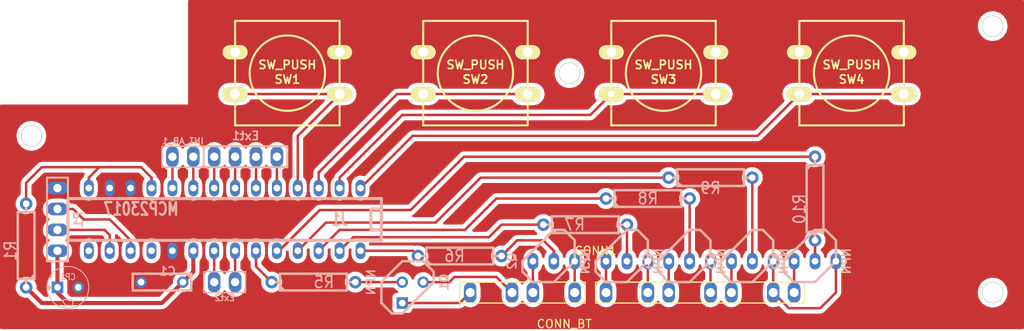
<source format=kicad_pcb>
(kicad_pcb (version 3) (host pcbnew "(2013-may-18)-stable")

  (general
    (links 61)
    (no_connects 0)
    (area 86.9649 82.55 211.455001 122.995)
    (thickness 1.6)
    (drawings 4)
    (tracks 106)
    (zones 0)
    (modules 25)
    (nets 41)
  )

  (page A4)
  (layers
    (15 F.Cu signal)
    (0 B.Cu signal)
    (17 F.Adhes user)
    (19 F.Paste user)
    (21 F.SilkS user)
    (23 F.Mask user)
    (28 Edge.Cuts user)
  )

  (setup
    (last_trace_width 0.3)
    (trace_clearance 0.3)
    (zone_clearance 0.5)
    (zone_45_only no)
    (trace_min 0.254)
    (segment_width 0.2)
    (edge_width 0.1)
    (via_size 0.9)
    (via_drill 0.7)
    (via_min_size 0.889)
    (via_min_drill 0.508)
    (uvia_size 0.9)
    (uvia_drill 0.7)
    (uvias_allowed no)
    (uvia_min_size 0.508)
    (uvia_min_drill 0.127)
    (pcb_text_width 0.3)
    (pcb_text_size 1.5 1.5)
    (mod_edge_width 0.15)
    (mod_text_size 1 1)
    (mod_text_width 0.15)
    (pad_size 2 1.3)
    (pad_drill 0.8128)
    (pad_to_mask_clearance 0.3)
    (solder_mask_min_width 0.3)
    (aux_axis_origin 0 0)
    (visible_elements FFFFFFBF)
    (pcbplotparams
      (layerselection 10518528)
      (usegerberextensions false)
      (excludeedgelayer false)
      (linewidth 0.150000)
      (plotframeref false)
      (viasonmask false)
      (mode 1)
      (useauxorigin false)
      (hpglpennumber 1)
      (hpglpenspeed 20)
      (hpglpendiameter 15)
      (hpglpenoverlay 2)
      (psnegative false)
      (psa4output false)
      (plotreference true)
      (plotvalue true)
      (plotothertext true)
      (plotinvisibletext false)
      (padsonsilk false)
      (subtractmaskfromsilk false)
      (outputformat 5)
      (mirror true)
      (drillshape 1)
      (scaleselection 1)
      (outputdirectory output/))
  )

  (net 0 "")
  (net 1 /5V)
  (net 2 /BTN1)
  (net 3 /BTN2)
  (net 4 /BTN3)
  (net 5 /BTN4)
  (net 6 /BT_BACK)
  (net 7 /BT_FWD)
  (net 8 /BT_PLPP)
  (net 9 /BT_PWR)
  (net 10 /BT_VOLDN)
  (net 11 /BT_VOLUP)
  (net 12 /SCL)
  (net 13 /SDA)
  (net 14 DGND)
  (net 15 N-000001)
  (net 16 N-0000010)
  (net 17 N-0000011)
  (net 18 N-0000012)
  (net 19 N-0000014)
  (net 20 N-0000015)
  (net 21 N-000002)
  (net 22 N-0000020)
  (net 23 N-0000022)
  (net 24 N-0000023)
  (net 25 N-0000024)
  (net 26 N-0000025)
  (net 27 N-0000026)
  (net 28 N-0000027)
  (net 29 N-0000028)
  (net 30 N-0000029)
  (net 31 N-000003)
  (net 32 N-0000030)
  (net 33 N-0000036)
  (net 34 N-000004)
  (net 35 N-0000042)
  (net 36 N-000005)
  (net 37 N-000006)
  (net 38 N-000007)
  (net 39 N-000008)
  (net 40 N-000009)

  (net_class Default "This is the default net class."
    (clearance 0.3)
    (trace_width 0.3)
    (via_dia 0.9)
    (via_drill 0.7)
    (uvia_dia 0.9)
    (uvia_drill 0.7)
    (add_net "")
    (add_net /BTN1)
    (add_net /BTN2)
    (add_net /BTN3)
    (add_net /BTN4)
    (add_net /BT_BACK)
    (add_net /BT_FWD)
    (add_net /BT_PLPP)
    (add_net /BT_PWR)
    (add_net /BT_VOLDN)
    (add_net /BT_VOLUP)
    (add_net /SCL)
    (add_net /SDA)
    (add_net N-000001)
    (add_net N-0000010)
    (add_net N-0000011)
    (add_net N-0000012)
    (add_net N-0000014)
    (add_net N-0000015)
    (add_net N-000002)
    (add_net N-0000020)
    (add_net N-0000022)
    (add_net N-0000023)
    (add_net N-0000024)
    (add_net N-0000025)
    (add_net N-0000026)
    (add_net N-0000027)
    (add_net N-0000028)
    (add_net N-0000029)
    (add_net N-000003)
    (add_net N-0000030)
    (add_net N-0000036)
    (add_net N-000004)
    (add_net N-0000042)
    (add_net N-000005)
    (add_net N-000006)
    (add_net N-000007)
    (add_net N-000008)
    (add_net N-000009)
  )

  (net_class Pwr ""
    (clearance 0.5)
    (trace_width 0.5)
    (via_dia 0.9)
    (via_drill 0.7)
    (uvia_dia 0.9)
    (uvia_drill 0.7)
    (add_net /5V)
    (add_net DGND)
  )

  (module CONN_BT (layer F.Cu) (tedit 547B45DC) (tstamp 538CAE29)
    (at 160.655 118.11)
    (path /538CB3AB)
    (fp_text reference CONN1 (at -1.27 -5.08) (layer F.SilkS)
      (effects (font (size 1 1) (thickness 0.15)))
    )
    (fp_text value CONN_BT (at -5.08 3.81) (layer F.SilkS)
      (effects (font (size 1 1) (thickness 0.15)))
    )
    (fp_line (start 22.86 -1.27) (end 24.13 -1.27) (layer F.SilkS) (width 0.15))
    (fp_line (start 24.13 -1.27) (end 24.13 1.27) (layer F.SilkS) (width 0.15))
    (fp_line (start 24.13 1.27) (end 22.86 1.27) (layer F.SilkS) (width 0.15))
    (fp_line (start 13.97 1.27) (end 22.86 1.27) (layer F.SilkS) (width 0.15))
    (fp_line (start 22.86 -1.27) (end -1.27 -1.27) (layer F.SilkS) (width 0.15))
    (fp_line (start -1.27 -1.27) (end -1.27 1.27) (layer F.SilkS) (width 0.15))
    (fp_line (start -1.27 1.27) (end 13.97 1.27) (layer F.SilkS) (width 0.15))
    (fp_line (start -17.78 -1.27) (end -17.78 1.27) (layer F.SilkS) (width 0.15))
    (fp_line (start -17.78 1.27) (end -2.54 1.27) (layer F.SilkS) (width 0.15))
    (fp_line (start -2.54 1.27) (end -2.54 -1.27) (layer F.SilkS) (width 0.15))
    (fp_line (start -2.54 -1.27) (end -17.78 -1.27) (layer F.SilkS) (width 0.15))
    (pad pwr1 thru_hole oval (at -16.51 0) (size 1.524 2.524) (drill 1.1)
      (layers *.Cu *.Mask)
      (net 35 N-0000042)
    )
    (pad pwr2 thru_hole oval (at -11.43 0) (size 1.524 2.524) (drill 1.1)
      (layers *.Cu *.Mask)
      (net 16 N-0000010)
    )
    (pad fwd thru_hole oval (at -8.89 0) (size 1.524 2.524) (drill 1.1)
      (layers *.Cu *.Mask)
      (net 39 N-000008)
    )
    (pad 1V81 thru_hole oval (at -3.81 0) (size 1.524 2.524) (drill 1.1)
      (layers *.Cu *.Mask)
      (net 37 N-000006)
    )
    (pad back thru_hole oval (at 0 0) (size 1.524 2.524) (drill 1.1)
      (layers *.Cu *.Mask)
      (net 21 N-000002)
    )
    (pad 1V82 thru_hole oval (at 5.08 0) (size 1.524 2.524) (drill 1.1)
      (layers *.Cu *.Mask)
      (net 40 N-000009)
    )
    (pad v_up thru_hole oval (at 7.62 0) (size 1.524 2.524) (drill 1.1)
      (layers *.Cu *.Mask)
      (net 31 N-000003)
    )
    (pad 1V83 thru_hole oval (at 12.7 0) (size 1.524 2.524) (drill 1.1)
      (layers *.Cu *.Mask)
      (net 22 N-0000020)
    )
    (pad v_dn thru_hole oval (at 15.24 0) (size 1.524 2.524) (drill 1.1)
      (layers *.Cu *.Mask)
      (net 34 N-000004)
    )
    (pad 1V84 thru_hole oval (at 20.32 0) (size 1.524 2.524) (drill 1.1)
      (layers *.Cu *.Mask)
      (net 20 N-0000015)
    )
    (pad play thru_hole oval (at 22.86 0) (size 1.524 2.524) (drill 1.1)
      (layers *.Cu *.Mask)
      (net 36 N-000005)
    )
  )

  (module DIP-28__300 (layer B.Cu) (tedit 54AD7941) (tstamp 538B198B)
    (at 114.3 109.22 180)
    (descr "28 pins DIL package, round pads, width 300mil")
    (tags DIL)
    (path /538B05FA)
    (fp_text reference J1 (at -13.97 0 180) (layer B.SilkS)
      (effects (font (size 1.524 1.143) (thickness 0.3048)) (justify mirror))
    )
    (fp_text value MCP23017 (at 10.16 1.27 180) (layer B.SilkS)
      (effects (font (size 1.524 1.143) (thickness 0.3048)) (justify mirror))
    )
    (fp_line (start -19.05 2.54) (end 19.05 2.54) (layer B.SilkS) (width 0.381))
    (fp_line (start 19.05 2.54) (end 19.05 -2.54) (layer B.SilkS) (width 0.381))
    (fp_line (start 19.05 -2.54) (end -19.05 -2.54) (layer B.SilkS) (width 0.381))
    (fp_line (start -19.05 -2.54) (end -19.05 2.54) (layer B.SilkS) (width 0.381))
    (fp_line (start -19.05 1.27) (end -17.78 1.27) (layer B.SilkS) (width 0.381))
    (fp_line (start -17.78 1.27) (end -17.78 -1.27) (layer B.SilkS) (width 0.381))
    (fp_line (start -17.78 -1.27) (end -19.05 -1.27) (layer B.SilkS) (width 0.381))
    (pad 2 thru_hole oval (at -13.97 -3.81 180) (size 1.2 2) (drill 0.8128)
      (layers *.Cu *.Mask)
      (net 6 /BT_BACK)
    )
    (pad 3 thru_hole oval (at -11.43 -3.81 180) (size 1.2 2) (drill 0.8128)
      (layers *.Cu *.Mask)
      (net 11 /BT_VOLUP)
    )
    (pad 4 thru_hole oval (at -8.89 -3.81 180) (size 1.2 2) (drill 0.8128)
      (layers *.Cu *.Mask)
      (net 10 /BT_VOLDN)
    )
    (pad 5 thru_hole oval (at -6.35 -3.81 180) (size 1.2 2) (drill 0.8128)
      (layers *.Cu *.Mask)
      (net 8 /BT_PLPP)
    )
    (pad 6 thru_hole oval (at -3.81 -3.81 180) (size 1.2 2) (drill 0.8128)
      (layers *.Cu *.Mask)
      (net 9 /BT_PWR)
    )
    (pad 7 thru_hole oval (at -1.27 -3.81 180) (size 1.2 2) (drill 0.8128)
      (layers *.Cu *.Mask)
      (net 29 N-0000028)
    )
    (pad 8 thru_hole oval (at 1.27 -3.81 180) (size 1.2 2) (drill 0.8128)
      (layers *.Cu *.Mask)
      (net 30 N-0000029)
    )
    (pad 9 thru_hole oval (at 3.81 -3.81 180) (size 1.2 2) (drill 0.8128)
      (layers *.Cu *.Mask)
      (net 1 /5V)
    )
    (pad 10 thru_hole oval (at 6.35 -3.81 180) (size 1.2 2) (drill 0.8128)
      (layers *.Cu *.Mask)
      (net 14 DGND)
    )
    (pad 11 thru_hole oval (at 8.89 -3.81 180) (size 1.2 2) (drill 0.8128)
      (layers *.Cu *.Mask)
    )
    (pad 12 thru_hole oval (at 11.43 -3.81 180) (size 1.2 2) (drill 0.8128)
      (layers *.Cu *.Mask)
      (net 12 /SCL)
    )
    (pad 13 thru_hole oval (at 13.97 -3.81 180) (size 1.2 2) (drill 0.8128)
      (layers *.Cu *.Mask)
      (net 13 /SDA)
    )
    (pad 14 thru_hole oval (at 16.51 -3.81 180) (size 1.2 2) (drill 0.8128)
      (layers *.Cu *.Mask)
    )
    (pad 1 thru_hole oval (at -16.51 -3.81 180) (size 1.2 2) (drill 0.8128)
      (layers *.Cu *.Mask)
      (net 7 /BT_FWD)
    )
    (pad 15 thru_hole oval (at 16.51 3.81 180) (size 1.2 2) (drill 0.8128)
      (layers *.Cu *.Mask)
      (net 32 N-0000030)
    )
    (pad 16 thru_hole oval (at 13.97 3.81 180) (size 1.2 2) (drill 0.8128)
      (layers *.Cu *.Mask)
      (net 14 DGND)
    )
    (pad 17 thru_hole oval (at 11.43 3.81 180) (size 1.2 2) (drill 0.8128)
      (layers *.Cu *.Mask)
      (net 14 DGND)
    )
    (pad 18 thru_hole oval (at 8.89 3.81 180) (size 1.2 2) (drill 0.8128)
      (layers *.Cu *.Mask)
      (net 32 N-0000030)
    )
    (pad 19 thru_hole oval (at 6.35 3.81 180) (size 1.2 2) (drill 0.8128)
      (layers *.Cu *.Mask)
      (net 28 N-0000027)
    )
    (pad 20 thru_hole oval (at 3.81 3.81 180) (size 1.2 2) (drill 0.8128)
      (layers *.Cu *.Mask)
      (net 27 N-0000026)
    )
    (pad 21 thru_hole oval (at 1.27 3.81 180) (size 1.2 2) (drill 0.8128)
      (layers *.Cu *.Mask)
      (net 26 N-0000025)
    )
    (pad 22 thru_hole oval (at -1.27 3.81 180) (size 1.2 2) (drill 0.8128)
      (layers *.Cu *.Mask)
      (net 23 N-0000022)
    )
    (pad 23 thru_hole oval (at -3.81 3.81 180) (size 1.2 2) (drill 0.8128)
      (layers *.Cu *.Mask)
      (net 25 N-0000024)
    )
    (pad 24 thru_hole oval (at -6.35 3.81 180) (size 1.2 2) (drill 0.8128)
      (layers *.Cu *.Mask)
      (net 24 N-0000023)
    )
    (pad 25 thru_hole oval (at -8.89 3.81 180) (size 1.2 2) (drill 0.8128)
      (layers *.Cu *.Mask)
      (net 2 /BTN1)
    )
    (pad 26 thru_hole oval (at -11.43 3.81 180) (size 1.2 2) (drill 0.8128)
      (layers *.Cu *.Mask)
      (net 3 /BTN2)
    )
    (pad 27 thru_hole oval (at -13.97 3.81 180) (size 1.2 2) (drill 0.8128)
      (layers *.Cu *.Mask)
      (net 4 /BTN3)
    )
    (pad 28 thru_hole oval (at -16.51 3.81 180) (size 1.2 2) (drill 0.8128)
      (layers *.Cu *.Mask)
      (net 5 /BTN4)
    )
    (model dil/dil_28-w300.wrl
      (at (xyz 0 0 0))
      (scale (xyz 1 1 1))
      (rotate (xyz 0 0 0))
    )
  )

  (module SW_PUSH-12mm (layer F.Cu) (tedit 547B463B) (tstamp 52434531)
    (at 121.92 91.44 180)
    (path /5243470C)
    (fp_text reference SW1 (at 0 -0.762 180) (layer F.SilkS)
      (effects (font (size 1.016 1.016) (thickness 0.2032)))
    )
    (fp_text value SW_PUSH (at 0 1.016 180) (layer F.SilkS)
      (effects (font (size 1.016 1.016) (thickness 0.2032)))
    )
    (fp_circle (center 0 0) (end 3.81 2.54) (layer F.SilkS) (width 0.254))
    (fp_line (start -6.35 -6.35) (end 6.35 -6.35) (layer F.SilkS) (width 0.254))
    (fp_line (start 6.35 -6.35) (end 6.35 6.35) (layer F.SilkS) (width 0.254))
    (fp_line (start 6.35 6.35) (end -6.35 6.35) (layer F.SilkS) (width 0.254))
    (fp_line (start -6.35 6.35) (end -6.35 -6.35) (layer F.SilkS) (width 0.254))
    (pad 1 thru_hole oval (at 6.35 -2.54 180) (size 3.048 1.7272) (drill 1.2)
      (layers *.Cu *.Mask F.SilkS)
      (net 2 /BTN1)
    )
    (pad 2 thru_hole oval (at 6.35 2.54 180) (size 3.048 1.7272) (drill 1.2)
      (layers *.Cu *.Mask F.SilkS)
      (net 14 DGND)
    )
    (pad 1 thru_hole oval (at -6.35 -2.54 180) (size 3.048 1.7272) (drill 1.2)
      (layers *.Cu *.Mask F.SilkS)
      (net 2 /BTN1)
    )
    (pad 2 thru_hole oval (at -6.35 2.54 180) (size 3.048 1.7272) (drill 1.2)
      (layers *.Cu *.Mask F.SilkS)
      (net 14 DGND)
    )
  )

  (module SW_PUSH-12mm (layer F.Cu) (tedit 547B462D) (tstamp 5243453E)
    (at 144.78 91.44 180)
    (path /5243470D)
    (fp_text reference SW2 (at 0 -0.762 180) (layer F.SilkS)
      (effects (font (size 1.016 1.016) (thickness 0.2032)))
    )
    (fp_text value SW_PUSH (at 0 1.016 180) (layer F.SilkS)
      (effects (font (size 1.016 1.016) (thickness 0.2032)))
    )
    (fp_circle (center 0 0) (end 3.81 2.54) (layer F.SilkS) (width 0.254))
    (fp_line (start -6.35 -6.35) (end 6.35 -6.35) (layer F.SilkS) (width 0.254))
    (fp_line (start 6.35 -6.35) (end 6.35 6.35) (layer F.SilkS) (width 0.254))
    (fp_line (start 6.35 6.35) (end -6.35 6.35) (layer F.SilkS) (width 0.254))
    (fp_line (start -6.35 6.35) (end -6.35 -6.35) (layer F.SilkS) (width 0.254))
    (pad 1 thru_hole oval (at 6.35 -2.54 180) (size 3.048 1.7272) (drill 1.2)
      (layers *.Cu *.Mask F.SilkS)
      (net 3 /BTN2)
    )
    (pad 2 thru_hole oval (at 6.35 2.54 180) (size 3.048 1.7272) (drill 1.2)
      (layers *.Cu *.Mask F.SilkS)
      (net 14 DGND)
    )
    (pad 1 thru_hole oval (at -6.35 -2.54 180) (size 3.048 1.7272) (drill 1.2)
      (layers *.Cu *.Mask F.SilkS)
      (net 3 /BTN2)
    )
    (pad 2 thru_hole oval (at -6.35 2.54 180) (size 3.048 1.7272) (drill 1.2)
      (layers *.Cu *.Mask F.SilkS)
      (net 14 DGND)
    )
  )

  (module SW_PUSH-12mm (layer F.Cu) (tedit 547B461D) (tstamp 5243454B)
    (at 167.64 91.44 180)
    (path /5243470E)
    (fp_text reference SW3 (at 0 -0.762 180) (layer F.SilkS)
      (effects (font (size 1.016 1.016) (thickness 0.2032)))
    )
    (fp_text value SW_PUSH (at 0 1.016 180) (layer F.SilkS)
      (effects (font (size 1.016 1.016) (thickness 0.2032)))
    )
    (fp_circle (center 0 0) (end 3.81 2.54) (layer F.SilkS) (width 0.254))
    (fp_line (start -6.35 -6.35) (end 6.35 -6.35) (layer F.SilkS) (width 0.254))
    (fp_line (start 6.35 -6.35) (end 6.35 6.35) (layer F.SilkS) (width 0.254))
    (fp_line (start 6.35 6.35) (end -6.35 6.35) (layer F.SilkS) (width 0.254))
    (fp_line (start -6.35 6.35) (end -6.35 -6.35) (layer F.SilkS) (width 0.254))
    (pad 1 thru_hole oval (at 6.35 -2.54 180) (size 3.048 1.7272) (drill 0.8128)
      (layers *.Cu *.Mask F.SilkS)
      (net 4 /BTN3)
    )
    (pad 2 thru_hole oval (at 6.35 2.54 180) (size 3.048 1.7272) (drill 1.2)
      (layers *.Cu *.Mask F.SilkS)
      (net 14 DGND)
    )
    (pad 1 thru_hole oval (at -6.35 -2.54 180) (size 3.048 1.7272) (drill 1.2)
      (layers *.Cu *.Mask F.SilkS)
      (net 4 /BTN3)
    )
    (pad 2 thru_hole oval (at -6.35 2.54 180) (size 3.048 1.7272) (drill 1.2)
      (layers *.Cu *.Mask F.SilkS)
      (net 14 DGND)
    )
  )

  (module SW_PUSH-12mm (layer F.Cu) (tedit 547B45F8) (tstamp 52434558)
    (at 190.5 91.44 180)
    (path /5243470F)
    (fp_text reference SW4 (at 0 -0.762 180) (layer F.SilkS)
      (effects (font (size 1.016 1.016) (thickness 0.2032)))
    )
    (fp_text value SW_PUSH (at 0 1.016 180) (layer F.SilkS)
      (effects (font (size 1.016 1.016) (thickness 0.2032)))
    )
    (fp_circle (center 0 0) (end 3.81 2.54) (layer F.SilkS) (width 0.254))
    (fp_line (start -6.35 -6.35) (end 6.35 -6.35) (layer F.SilkS) (width 0.254))
    (fp_line (start 6.35 -6.35) (end 6.35 6.35) (layer F.SilkS) (width 0.254))
    (fp_line (start 6.35 6.35) (end -6.35 6.35) (layer F.SilkS) (width 0.254))
    (fp_line (start -6.35 6.35) (end -6.35 -6.35) (layer F.SilkS) (width 0.254))
    (pad 1 thru_hole oval (at 6.35 -2.54 180) (size 3.048 1.7272) (drill 1.2)
      (layers *.Cu *.Mask F.SilkS)
      (net 5 /BTN4)
    )
    (pad 2 thru_hole oval (at 6.35 2.54 180) (size 3.048 1.7272) (drill 1.2)
      (layers *.Cu *.Mask F.SilkS)
      (net 14 DGND)
    )
    (pad 1 thru_hole oval (at -6.35 -2.54 180) (size 3.048 1.7272) (drill 1.2)
      (layers *.Cu *.Mask F.SilkS)
      (net 5 /BTN4)
    )
    (pad 2 thru_hole oval (at -6.35 2.54 180) (size 3.048 1.7272) (drill 1.2)
      (layers *.Cu *.Mask F.SilkS)
      (net 14 DGND)
    )
  )

  (module R4 (layer B.Cu) (tedit 538B2896) (tstamp 538B18D4)
    (at 186.055 106.68 270)
    (descr "Resitance 4 pas")
    (tags R)
    (path /538B17FD)
    (autoplace_cost180 10)
    (fp_text reference R10 (at 1.27 1.905 270) (layer B.SilkS)
      (effects (font (size 1.397 1.27) (thickness 0.2032)) (justify mirror))
    )
    (fp_text value 10K (at 0 0 270) (layer B.SilkS) hide
      (effects (font (size 1.397 1.27) (thickness 0.2032)) (justify mirror))
    )
    (fp_line (start -5.08 0) (end -4.064 0) (layer B.SilkS) (width 0.3048))
    (fp_line (start -4.064 0) (end -4.064 1.016) (layer B.SilkS) (width 0.3048))
    (fp_line (start -4.064 1.016) (end 4.064 1.016) (layer B.SilkS) (width 0.3048))
    (fp_line (start 4.064 1.016) (end 4.064 -1.016) (layer B.SilkS) (width 0.3048))
    (fp_line (start 4.064 -1.016) (end -4.064 -1.016) (layer B.SilkS) (width 0.3048))
    (fp_line (start -4.064 -1.016) (end -4.064 0) (layer B.SilkS) (width 0.3048))
    (fp_line (start -4.064 0.508) (end -3.556 1.016) (layer B.SilkS) (width 0.3048))
    (fp_line (start 5.08 0) (end 4.064 0) (layer B.SilkS) (width 0.3048))
    (pad 1 thru_hole circle (at -5.08 0 270) (size 1.524 1.524) (drill 0.8128)
      (layers *.Cu *.Mask)
      (net 8 /BT_PLPP)
    )
    (pad 2 thru_hole circle (at 5.08 0 270) (size 1.524 1.524) (drill 0.8128)
      (layers *.Cu *.Mask)
      (net 19 N-0000014)
    )
    (model discret/resistor.wrl
      (at (xyz 0 0 0))
      (scale (xyz 0.4 0.4 0.4))
      (rotate (xyz 0 0 0))
    )
  )

  (module R4 (layer B.Cu) (tedit 5477D6B6) (tstamp 538B18E1)
    (at 173.355 104.14)
    (descr "Resitance 4 pas")
    (tags R)
    (path /538B12AE)
    (autoplace_cost180 10)
    (fp_text reference R9 (at 0 1.27) (layer B.SilkS)
      (effects (font (size 1.397 1.27) (thickness 0.2032)) (justify mirror))
    )
    (fp_text value 10K (at 0 0) (layer B.SilkS) hide
      (effects (font (size 1.397 1.27) (thickness 0.2032)) (justify mirror))
    )
    (fp_line (start -5.08 0) (end -4.064 0) (layer B.SilkS) (width 0.3048))
    (fp_line (start -4.064 0) (end -4.064 1.016) (layer B.SilkS) (width 0.3048))
    (fp_line (start -4.064 1.016) (end 4.064 1.016) (layer B.SilkS) (width 0.3048))
    (fp_line (start 4.064 1.016) (end 4.064 -1.016) (layer B.SilkS) (width 0.3048))
    (fp_line (start 4.064 -1.016) (end -4.064 -1.016) (layer B.SilkS) (width 0.3048))
    (fp_line (start -4.064 -1.016) (end -4.064 0) (layer B.SilkS) (width 0.3048))
    (fp_line (start -4.064 0.508) (end -3.556 1.016) (layer B.SilkS) (width 0.3048))
    (fp_line (start 5.08 0) (end 4.064 0) (layer B.SilkS) (width 0.3048))
    (pad 1 thru_hole circle (at -5.08 0) (size 1.524 1.524) (drill 0.8128)
      (layers *.Cu *.Mask)
      (net 10 /BT_VOLDN)
    )
    (pad 2 thru_hole circle (at 5.08 0) (size 1.524 1.524) (drill 0.8128)
      (layers *.Cu *.Mask)
      (net 18 N-0000012)
    )
    (model discret/resistor.wrl
      (at (xyz 0 0 0))
      (scale (xyz 0.4 0.4 0.4))
      (rotate (xyz 0 0 0))
    )
  )

  (module R4 (layer B.Cu) (tedit 200000) (tstamp 538B18EE)
    (at 165.735 106.68)
    (descr "Resitance 4 pas")
    (tags R)
    (path /538B12A8)
    (autoplace_cost180 10)
    (fp_text reference R8 (at 0 0) (layer B.SilkS)
      (effects (font (size 1.397 1.27) (thickness 0.2032)) (justify mirror))
    )
    (fp_text value 10K (at 0 0) (layer B.SilkS) hide
      (effects (font (size 1.397 1.27) (thickness 0.2032)) (justify mirror))
    )
    (fp_line (start -5.08 0) (end -4.064 0) (layer B.SilkS) (width 0.3048))
    (fp_line (start -4.064 0) (end -4.064 1.016) (layer B.SilkS) (width 0.3048))
    (fp_line (start -4.064 1.016) (end 4.064 1.016) (layer B.SilkS) (width 0.3048))
    (fp_line (start 4.064 1.016) (end 4.064 -1.016) (layer B.SilkS) (width 0.3048))
    (fp_line (start 4.064 -1.016) (end -4.064 -1.016) (layer B.SilkS) (width 0.3048))
    (fp_line (start -4.064 -1.016) (end -4.064 0) (layer B.SilkS) (width 0.3048))
    (fp_line (start -4.064 0.508) (end -3.556 1.016) (layer B.SilkS) (width 0.3048))
    (fp_line (start 5.08 0) (end 4.064 0) (layer B.SilkS) (width 0.3048))
    (pad 1 thru_hole circle (at -5.08 0) (size 1.524 1.524) (drill 0.8128)
      (layers *.Cu *.Mask)
      (net 11 /BT_VOLUP)
    )
    (pad 2 thru_hole circle (at 5.08 0) (size 1.524 1.524) (drill 0.8128)
      (layers *.Cu *.Mask)
      (net 17 N-0000011)
    )
    (model discret/resistor.wrl
      (at (xyz 0 0 0))
      (scale (xyz 0.4 0.4 0.4))
      (rotate (xyz 0 0 0))
    )
  )

  (module R4 (layer B.Cu) (tedit 5477D69A) (tstamp 538B18FB)
    (at 158.115 109.855)
    (descr "Resitance 4 pas")
    (tags R)
    (path /538B12A2)
    (autoplace_cost180 10)
    (fp_text reference R7 (at -1.27 0) (layer B.SilkS)
      (effects (font (size 1.397 1.27) (thickness 0.2032)) (justify mirror))
    )
    (fp_text value 10K (at 0 0) (layer B.SilkS) hide
      (effects (font (size 1.397 1.27) (thickness 0.2032)) (justify mirror))
    )
    (fp_line (start -5.08 0) (end -4.064 0) (layer B.SilkS) (width 0.3048))
    (fp_line (start -4.064 0) (end -4.064 1.016) (layer B.SilkS) (width 0.3048))
    (fp_line (start -4.064 1.016) (end 4.064 1.016) (layer B.SilkS) (width 0.3048))
    (fp_line (start 4.064 1.016) (end 4.064 -1.016) (layer B.SilkS) (width 0.3048))
    (fp_line (start 4.064 -1.016) (end -4.064 -1.016) (layer B.SilkS) (width 0.3048))
    (fp_line (start -4.064 -1.016) (end -4.064 0) (layer B.SilkS) (width 0.3048))
    (fp_line (start -4.064 0.508) (end -3.556 1.016) (layer B.SilkS) (width 0.3048))
    (fp_line (start 5.08 0) (end 4.064 0) (layer B.SilkS) (width 0.3048))
    (pad 1 thru_hole circle (at -5.08 0) (size 1.524 1.524) (drill 0.8128)
      (layers *.Cu *.Mask)
      (net 6 /BT_BACK)
    )
    (pad 2 thru_hole circle (at 5.08 0) (size 1.524 1.524) (drill 0.8128)
      (layers *.Cu *.Mask)
      (net 15 N-000001)
    )
    (model discret/resistor.wrl
      (at (xyz 0 0 0))
      (scale (xyz 0.4 0.4 0.4))
      (rotate (xyz 0 0 0))
    )
  )

  (module R4 (layer B.Cu) (tedit 5477D7A9) (tstamp 538B1908)
    (at 142.875 113.665)
    (descr "Resitance 4 pas")
    (tags R)
    (path /538B129C)
    (autoplace_cost180 10)
    (fp_text reference R6 (at -0.635 0) (layer B.SilkS)
      (effects (font (size 1.397 1.27) (thickness 0.2032)) (justify mirror))
    )
    (fp_text value 10K (at 0 0) (layer B.SilkS) hide
      (effects (font (size 1.397 1.27) (thickness 0.2032)) (justify mirror))
    )
    (fp_line (start -5.08 0) (end -4.064 0) (layer B.SilkS) (width 0.3048))
    (fp_line (start -4.064 0) (end -4.064 1.016) (layer B.SilkS) (width 0.3048))
    (fp_line (start -4.064 1.016) (end 4.064 1.016) (layer B.SilkS) (width 0.3048))
    (fp_line (start 4.064 1.016) (end 4.064 -1.016) (layer B.SilkS) (width 0.3048))
    (fp_line (start 4.064 -1.016) (end -4.064 -1.016) (layer B.SilkS) (width 0.3048))
    (fp_line (start -4.064 -1.016) (end -4.064 0) (layer B.SilkS) (width 0.3048))
    (fp_line (start -4.064 0.508) (end -3.556 1.016) (layer B.SilkS) (width 0.3048))
    (fp_line (start 5.08 0) (end 4.064 0) (layer B.SilkS) (width 0.3048))
    (pad 1 thru_hole circle (at -5.08 0) (size 1.524 1.524) (drill 0.8128)
      (layers *.Cu *.Mask)
      (net 7 /BT_FWD)
    )
    (pad 2 thru_hole circle (at 5.08 0) (size 1.524 1.524) (drill 0.8128)
      (layers *.Cu *.Mask)
      (net 38 N-000007)
    )
    (model discret/resistor.wrl
      (at (xyz 0 0 0))
      (scale (xyz 0.4 0.4 0.4))
      (rotate (xyz 0 0 0))
    )
  )

  (module R4 (layer B.Cu) (tedit 538B2770) (tstamp 538B1915)
    (at 125.095 116.84)
    (descr "Resitance 4 pas")
    (tags R)
    (path /538B1296)
    (autoplace_cost180 10)
    (fp_text reference R5 (at 1.27 0) (layer B.SilkS)
      (effects (font (size 1.397 1.27) (thickness 0.2032)) (justify mirror))
    )
    (fp_text value 10K (at 0 0) (layer B.SilkS) hide
      (effects (font (size 1.397 1.27) (thickness 0.2032)) (justify mirror))
    )
    (fp_line (start -5.08 0) (end -4.064 0) (layer B.SilkS) (width 0.3048))
    (fp_line (start -4.064 0) (end -4.064 1.016) (layer B.SilkS) (width 0.3048))
    (fp_line (start -4.064 1.016) (end 4.064 1.016) (layer B.SilkS) (width 0.3048))
    (fp_line (start 4.064 1.016) (end 4.064 -1.016) (layer B.SilkS) (width 0.3048))
    (fp_line (start 4.064 -1.016) (end -4.064 -1.016) (layer B.SilkS) (width 0.3048))
    (fp_line (start -4.064 -1.016) (end -4.064 0) (layer B.SilkS) (width 0.3048))
    (fp_line (start -4.064 0.508) (end -3.556 1.016) (layer B.SilkS) (width 0.3048))
    (fp_line (start 5.08 0) (end 4.064 0) (layer B.SilkS) (width 0.3048))
    (pad 1 thru_hole circle (at -5.08 0) (size 1.524 1.524) (drill 0.8128)
      (layers *.Cu *.Mask)
      (net 9 /BT_PWR)
    )
    (pad 2 thru_hole circle (at 5.08 0) (size 1.524 1.524) (drill 0.8128)
      (layers *.Cu *.Mask)
      (net 33 N-0000036)
    )
    (model discret/resistor.wrl
      (at (xyz 0 0 0))
      (scale (xyz 0.4 0.4 0.4))
      (rotate (xyz 0 0 0))
    )
  )

  (module R4 (layer B.Cu) (tedit 53A59778) (tstamp 538CB63A)
    (at 90.17 112.395 90)
    (descr "Resitance 4 pas")
    (tags R)
    (path /538B688B)
    (autoplace_cost180 10)
    (fp_text reference R1 (at -0.635 -1.905 90) (layer B.SilkS)
      (effects (font (size 1.397 1.27) (thickness 0.2032)) (justify mirror))
    )
    (fp_text value 10K (at 0 0 90) (layer B.SilkS) hide
      (effects (font (size 1.397 1.27) (thickness 0.2032)) (justify mirror))
    )
    (fp_line (start -5.08 0) (end -4.064 0) (layer B.SilkS) (width 0.3048))
    (fp_line (start -4.064 0) (end -4.064 1.016) (layer B.SilkS) (width 0.3048))
    (fp_line (start -4.064 1.016) (end 4.064 1.016) (layer B.SilkS) (width 0.3048))
    (fp_line (start 4.064 1.016) (end 4.064 -1.016) (layer B.SilkS) (width 0.3048))
    (fp_line (start 4.064 -1.016) (end -4.064 -1.016) (layer B.SilkS) (width 0.3048))
    (fp_line (start -4.064 -1.016) (end -4.064 0) (layer B.SilkS) (width 0.3048))
    (fp_line (start -4.064 0.508) (end -3.556 1.016) (layer B.SilkS) (width 0.3048))
    (fp_line (start 5.08 0) (end 4.064 0) (layer B.SilkS) (width 0.3048))
    (pad 1 thru_hole circle (at -5.08 0 90) (size 1.524 1.524) (drill 0.8128)
      (layers *.Cu *.Mask)
      (net 1 /5V)
    )
    (pad 2 thru_hole circle (at 5.08 0 90) (size 1.524 1.524) (drill 0.8128)
      (layers *.Cu *.Mask)
      (net 32 N-0000030)
    )
    (model discret/resistor.wrl
      (at (xyz 0 0 0))
      (scale (xyz 0.4 0.4 0.4))
      (rotate (xyz 0 0 0))
    )
  )

  (module TO92-123 (layer B.Cu) (tedit 54AD79A3) (tstamp 538B186F)
    (at 184.785 113.03 90)
    (descr "Transistor TO92 brochage type BC237")
    (tags "TR TO92")
    (path /538B1799)
    (fp_text reference Q6 (at -1.27 -3.81 90) (layer B.SilkS)
      (effects (font (size 1.016 1.016) (thickness 0.2032)) (justify mirror))
    )
    (fp_text value NPN (at -1.27 5.08 90) (layer B.SilkS)
      (effects (font (size 1.016 1.016) (thickness 0.2032)) (justify mirror))
    )
    (fp_line (start -1.27 -2.54) (end 2.54 1.27) (layer B.SilkS) (width 0.3048))
    (fp_line (start 2.54 1.27) (end 2.54 2.54) (layer B.SilkS) (width 0.3048))
    (fp_line (start 2.54 2.54) (end 1.27 3.81) (layer B.SilkS) (width 0.3048))
    (fp_line (start 1.27 3.81) (end -1.27 3.81) (layer B.SilkS) (width 0.3048))
    (fp_line (start -1.27 3.81) (end -3.81 1.27) (layer B.SilkS) (width 0.3048))
    (fp_line (start -3.81 1.27) (end -3.81 -1.27) (layer B.SilkS) (width 0.3048))
    (fp_line (start -3.81 -1.27) (end -2.54 -2.54) (layer B.SilkS) (width 0.3048))
    (fp_line (start -2.54 -2.54) (end -1.27 -2.54) (layer B.SilkS) (width 0.3048))
    (pad 3 thru_hole oval (at -1.27 3.81 90) (size 2 1.3) (drill 0.8128)
      (layers *.Cu *.Mask)
      (net 20 N-0000015)
    )
    (pad 2 thru_hole oval (at -1.27 1.27 90) (size 2 1.3) (drill 0.8128)
      (layers *.Cu *.Mask)
      (net 19 N-0000014)
    )
    (pad 1 thru_hole oval (at -1.27 -1.27 90) (size 2 1.3) (drill 0.8128)
      (layers *.Cu *.Mask)
      (net 36 N-000005)
    )
    (model discret/to98.wrl
      (at (xyz 0 0 0))
      (scale (xyz 1 1 1))
      (rotate (xyz 0 0 0))
    )
  )

  (module TO92-123 (layer B.Cu) (tedit 4C5F51CE) (tstamp 538B187E)
    (at 137.16 118.11 270)
    (descr "Transistor TO92 brochage type BC237")
    (tags "TR TO92")
    (path /538B1159)
    (fp_text reference Q1 (at -1.27 -3.81 270) (layer B.SilkS)
      (effects (font (size 1.016 1.016) (thickness 0.2032)) (justify mirror))
    )
    (fp_text value NPN (at -1.27 5.08 270) (layer B.SilkS)
      (effects (font (size 1.016 1.016) (thickness 0.2032)) (justify mirror))
    )
    (fp_line (start -1.27 -2.54) (end 2.54 1.27) (layer B.SilkS) (width 0.3048))
    (fp_line (start 2.54 1.27) (end 2.54 2.54) (layer B.SilkS) (width 0.3048))
    (fp_line (start 2.54 2.54) (end 1.27 3.81) (layer B.SilkS) (width 0.3048))
    (fp_line (start 1.27 3.81) (end -1.27 3.81) (layer B.SilkS) (width 0.3048))
    (fp_line (start -1.27 3.81) (end -3.81 1.27) (layer B.SilkS) (width 0.3048))
    (fp_line (start -3.81 1.27) (end -3.81 -1.27) (layer B.SilkS) (width 0.3048))
    (fp_line (start -3.81 -1.27) (end -2.54 -2.54) (layer B.SilkS) (width 0.3048))
    (fp_line (start -2.54 -2.54) (end -1.27 -2.54) (layer B.SilkS) (width 0.3048))
    (pad 3 thru_hole rect (at 1.27 1.27 270) (size 1.397 1.397) (drill 0.8128)
      (layers *.Cu *.Mask)
      (net 35 N-0000042)
    )
    (pad 2 thru_hole circle (at -1.27 1.27 270) (size 1.397 1.397) (drill 0.8128)
      (layers *.Cu *.Mask)
      (net 33 N-0000036)
    )
    (pad 1 thru_hole circle (at -1.27 -1.27 270) (size 1.397 1.397) (drill 0.8128)
      (layers *.Cu *.Mask)
      (net 16 N-0000010)
    )
    (model discret/to98.wrl
      (at (xyz 0 0 0))
      (scale (xyz 1 1 1))
      (rotate (xyz 0 0 0))
    )
  )

  (module TO92-123 (layer B.Cu) (tedit 54AD7993) (tstamp 538B188D)
    (at 153.035 113.03 90)
    (descr "Transistor TO92 brochage type BC237")
    (tags "TR TO92")
    (path /538B1242)
    (fp_text reference Q2 (at -1.27 -3.81 90) (layer B.SilkS)
      (effects (font (size 1.016 1.016) (thickness 0.2032)) (justify mirror))
    )
    (fp_text value NPN (at -1.27 5.08 90) (layer B.SilkS)
      (effects (font (size 1.016 1.016) (thickness 0.2032)) (justify mirror))
    )
    (fp_line (start -1.27 -2.54) (end 2.54 1.27) (layer B.SilkS) (width 0.3048))
    (fp_line (start 2.54 1.27) (end 2.54 2.54) (layer B.SilkS) (width 0.3048))
    (fp_line (start 2.54 2.54) (end 1.27 3.81) (layer B.SilkS) (width 0.3048))
    (fp_line (start 1.27 3.81) (end -1.27 3.81) (layer B.SilkS) (width 0.3048))
    (fp_line (start -1.27 3.81) (end -3.81 1.27) (layer B.SilkS) (width 0.3048))
    (fp_line (start -3.81 1.27) (end -3.81 -1.27) (layer B.SilkS) (width 0.3048))
    (fp_line (start -3.81 -1.27) (end -2.54 -2.54) (layer B.SilkS) (width 0.3048))
    (fp_line (start -2.54 -2.54) (end -1.27 -2.54) (layer B.SilkS) (width 0.3048))
    (pad 3 thru_hole oval (at -1.27 3.81 90) (size 2 1.3) (drill 0.8128)
      (layers *.Cu *.Mask)
      (net 37 N-000006)
    )
    (pad 2 thru_hole oval (at -1.27 1.27 90) (size 2 1.3) (drill 0.8128)
      (layers *.Cu *.Mask)
      (net 38 N-000007)
    )
    (pad 1 thru_hole oval (at -1.27 -1.27 90) (size 2 1.3) (drill 0.8128)
      (layers *.Cu *.Mask)
      (net 39 N-000008)
    )
    (model discret/to98.wrl
      (at (xyz 0 0 0))
      (scale (xyz 1 1 1))
      (rotate (xyz 0 0 0))
    )
  )

  (module TO92-123 (layer B.Cu) (tedit 54AD7975) (tstamp 538B189C)
    (at 161.925 113.03 90)
    (descr "Transistor TO92 brochage type BC237")
    (tags "TR TO92")
    (path /538B1248)
    (fp_text reference Q3 (at -1.27 -3.81 90) (layer B.SilkS)
      (effects (font (size 1.016 1.016) (thickness 0.2032)) (justify mirror))
    )
    (fp_text value NPN (at -1.27 5.08 90) (layer B.SilkS)
      (effects (font (size 1.016 1.016) (thickness 0.2032)) (justify mirror))
    )
    (fp_line (start -1.27 -2.54) (end 2.54 1.27) (layer B.SilkS) (width 0.3048))
    (fp_line (start 2.54 1.27) (end 2.54 2.54) (layer B.SilkS) (width 0.3048))
    (fp_line (start 2.54 2.54) (end 1.27 3.81) (layer B.SilkS) (width 0.3048))
    (fp_line (start 1.27 3.81) (end -1.27 3.81) (layer B.SilkS) (width 0.3048))
    (fp_line (start -1.27 3.81) (end -3.81 1.27) (layer B.SilkS) (width 0.3048))
    (fp_line (start -3.81 1.27) (end -3.81 -1.27) (layer B.SilkS) (width 0.3048))
    (fp_line (start -3.81 -1.27) (end -2.54 -2.54) (layer B.SilkS) (width 0.3048))
    (fp_line (start -2.54 -2.54) (end -1.27 -2.54) (layer B.SilkS) (width 0.3048))
    (pad 3 thru_hole oval (at -1.27 3.81 90) (size 2 1.3) (drill 0.8128)
      (layers *.Cu *.Mask)
      (net 40 N-000009)
    )
    (pad 2 thru_hole oval (at -1.27 1.27 90) (size 2 1.3) (drill 0.8128)
      (layers *.Cu *.Mask)
      (net 15 N-000001)
    )
    (pad 1 thru_hole oval (at -1.27 -1.27 90) (size 2 1.3) (drill 0.8128)
      (layers *.Cu *.Mask)
      (net 21 N-000002)
    )
    (model discret/to98.wrl
      (at (xyz 0 0 0))
      (scale (xyz 1 1 1))
      (rotate (xyz 0 0 0))
    )
  )

  (module TO92-123 (layer B.Cu) (tedit 54AD7986) (tstamp 538B18AB)
    (at 169.545 113.03 90)
    (descr "Transistor TO92 brochage type BC237")
    (tags "TR TO92")
    (path /538B124E)
    (fp_text reference Q4 (at -1.27 -3.81 90) (layer B.SilkS)
      (effects (font (size 1.016 1.016) (thickness 0.2032)) (justify mirror))
    )
    (fp_text value NPN (at -1.27 5.08 90) (layer B.SilkS)
      (effects (font (size 1.016 1.016) (thickness 0.2032)) (justify mirror))
    )
    (fp_line (start -1.27 -2.54) (end 2.54 1.27) (layer B.SilkS) (width 0.3048))
    (fp_line (start 2.54 1.27) (end 2.54 2.54) (layer B.SilkS) (width 0.3048))
    (fp_line (start 2.54 2.54) (end 1.27 3.81) (layer B.SilkS) (width 0.3048))
    (fp_line (start 1.27 3.81) (end -1.27 3.81) (layer B.SilkS) (width 0.3048))
    (fp_line (start -1.27 3.81) (end -3.81 1.27) (layer B.SilkS) (width 0.3048))
    (fp_line (start -3.81 1.27) (end -3.81 -1.27) (layer B.SilkS) (width 0.3048))
    (fp_line (start -3.81 -1.27) (end -2.54 -2.54) (layer B.SilkS) (width 0.3048))
    (fp_line (start -2.54 -2.54) (end -1.27 -2.54) (layer B.SilkS) (width 0.3048))
    (pad 3 thru_hole oval (at -1.27 3.81 90) (size 2 1.3) (drill 0.8128)
      (layers *.Cu *.Mask)
      (net 22 N-0000020)
    )
    (pad 2 thru_hole oval (at -1.27 1.27 90) (size 2 1.3) (drill 0.8128)
      (layers *.Cu *.Mask)
      (net 17 N-0000011)
    )
    (pad 1 thru_hole oval (at -1.27 -1.27 90) (size 2 1.3) (drill 0.8128)
      (layers *.Cu *.Mask)
      (net 31 N-000003)
    )
    (model discret/to98.wrl
      (at (xyz 0 0 0))
      (scale (xyz 1 1 1))
      (rotate (xyz 0 0 0))
    )
  )

  (module TO92-123 (layer B.Cu) (tedit 54AD799B) (tstamp 538B18BA)
    (at 177.165 113.03 90)
    (descr "Transistor TO92 brochage type BC237")
    (tags "TR TO92")
    (path /538B1254)
    (fp_text reference Q5 (at -1.27 -3.81 90) (layer B.SilkS)
      (effects (font (size 1.016 1.016) (thickness 0.2032)) (justify mirror))
    )
    (fp_text value NPN (at -1.27 5.08 90) (layer B.SilkS)
      (effects (font (size 1.016 1.016) (thickness 0.2032)) (justify mirror))
    )
    (fp_line (start -1.27 -2.54) (end 2.54 1.27) (layer B.SilkS) (width 0.3048))
    (fp_line (start 2.54 1.27) (end 2.54 2.54) (layer B.SilkS) (width 0.3048))
    (fp_line (start 2.54 2.54) (end 1.27 3.81) (layer B.SilkS) (width 0.3048))
    (fp_line (start 1.27 3.81) (end -1.27 3.81) (layer B.SilkS) (width 0.3048))
    (fp_line (start -1.27 3.81) (end -3.81 1.27) (layer B.SilkS) (width 0.3048))
    (fp_line (start -3.81 1.27) (end -3.81 -1.27) (layer B.SilkS) (width 0.3048))
    (fp_line (start -3.81 -1.27) (end -2.54 -2.54) (layer B.SilkS) (width 0.3048))
    (fp_line (start -2.54 -2.54) (end -1.27 -2.54) (layer B.SilkS) (width 0.3048))
    (pad 3 thru_hole oval (at -1.27 3.81 90) (size 2 1.3) (drill 0.8128)
      (layers *.Cu *.Mask)
      (net 20 N-0000015)
    )
    (pad 2 thru_hole oval (at -1.27 1.27 90) (size 2 1.3) (drill 0.8128)
      (layers *.Cu *.Mask)
      (net 18 N-0000012)
    )
    (pad 1 thru_hole oval (at -1.27 -1.27 90) (size 2 1.3) (drill 0.8128)
      (layers *.Cu *.Mask)
      (net 34 N-000004)
    )
    (model discret/to98.wrl
      (at (xyz 0 0 0))
      (scale (xyz 1 1 1))
      (rotate (xyz 0 0 0))
    )
  )

  (module C1V5 (layer B.Cu) (tedit 538B39C8) (tstamp 538B39B1)
    (at 95.25 117.475)
    (descr "Condensateur e = 1 pas")
    (tags C)
    (path /538B4255)
    (fp_text reference C2 (at 0 1.905) (layer B.SilkS)
      (effects (font (size 0.762 0.762) (thickness 0.127)) (justify mirror))
    )
    (fp_text value CP1 (at 0 -1.27) (layer B.SilkS)
      (effects (font (size 0.762 0.635) (thickness 0.127)) (justify mirror))
    )
    (fp_text user + (at -2.286 0) (layer B.SilkS)
      (effects (font (size 0.762 0.762) (thickness 0.2032)) (justify mirror))
    )
    (fp_circle (center 0 0) (end 0.127 2.54) (layer B.SilkS) (width 0.127))
    (pad 1 thru_hole rect (at -1.27 0) (size 1.397 1.397) (drill 0.8128)
      (layers *.Cu *.Mask)
      (net 1 /5V)
    )
    (pad 2 thru_hole circle (at 1.27 0) (size 1.397 1.397) (drill 0.8128)
      (layers *.Cu *.Mask)
      (net 14 DGND)
    )
    (model discret/c_vert_c1v5.wrl
      (at (xyz 0 0 0))
      (scale (xyz 1 1 1))
      (rotate (xyz 0 0 0))
    )
  )

  (module C2 (layer B.Cu) (tedit 5477D4AC) (tstamp 5477D287)
    (at 106.68 116.84 180)
    (descr "Condensateur = 2 pas")
    (tags C)
    (path /538B0719)
    (fp_text reference C1 (at -0.685001 1.325001 180) (layer B.SilkS)
      (effects (font (size 1.016 1.016) (thickness 0.2032)) (justify mirror))
    )
    (fp_text value 100nF (at 0 0 180) (layer B.SilkS) hide
      (effects (font (size 1.016 1.016) (thickness 0.2032)) (justify mirror))
    )
    (fp_line (start -3.556 1.016) (end 3.556 1.016) (layer B.SilkS) (width 0.3048))
    (fp_line (start 3.556 1.016) (end 3.556 -1.016) (layer B.SilkS) (width 0.3048))
    (fp_line (start 3.556 -1.016) (end -3.556 -1.016) (layer B.SilkS) (width 0.3048))
    (fp_line (start -3.556 -1.016) (end -3.556 1.016) (layer B.SilkS) (width 0.3048))
    (fp_line (start -3.556 0.508) (end -3.048 1.016) (layer B.SilkS) (width 0.3048))
    (pad 1 thru_hole circle (at -2.54 0 180) (size 1.397 1.397) (drill 0.8128)
      (layers *.Cu *.Mask)
      (net 1 /5V)
    )
    (pad 2 thru_hole circle (at 2.54 0 180) (size 1.397 1.397) (drill 0.8128)
      (layers *.Cu *.Mask)
      (net 14 DGND)
    )
    (model discret/capa_2pas_5x5mm.wrl
      (at (xyz 0 0 0))
      (scale (xyz 1 1 1))
      (rotate (xyz 0 0 0))
    )
  )

  (module PIN_ARRAY_4x1 (layer B.Cu) (tedit 54AD7854) (tstamp 538B1955)
    (at 93.98 109.22 90)
    (descr "Double rangee de contacts 2 x 5 pins")
    (tags CONN)
    (path /5477D355)
    (fp_text reference P1 (at 0 2.54 90) (layer B.SilkS)
      (effects (font (size 1.016 1.016) (thickness 0.2032)) (justify mirror))
    )
    (fp_text value CONN_4 (at 0 -2.54 90) (layer B.SilkS) hide
      (effects (font (size 1.016 1.016) (thickness 0.2032)) (justify mirror))
    )
    (fp_line (start 5.08 -1.27) (end -5.08 -1.27) (layer B.SilkS) (width 0.254))
    (fp_line (start 5.08 1.27) (end -5.08 1.27) (layer B.SilkS) (width 0.254))
    (fp_line (start -5.08 1.27) (end -5.08 -1.27) (layer B.SilkS) (width 0.254))
    (fp_line (start 5.08 -1.27) (end 5.08 1.27) (layer B.SilkS) (width 0.254))
    (pad 1 thru_hole oval (at -3.81 0 90) (size 1.524 2.524) (drill 1.016)
      (layers *.Cu *.Mask)
      (net 1 /5V)
    )
    (pad 2 thru_hole oval (at -1.27 0 90) (size 1.524 2.524) (drill 1.016)
      (layers *.Cu *.Mask)
      (net 13 /SDA)
    )
    (pad 3 thru_hole oval (at 1.27 0 90) (size 1.524 2.524) (drill 1.016)
      (layers *.Cu *.Mask)
      (net 12 /SCL)
    )
    (pad 4 thru_hole oval (at 3.81 0 90) (size 1.524 2.524) (drill 1.016)
      (layers *.Cu *.Mask)
      (net 14 DGND)
    )
    (model pin_array\pins_array_4x1.wrl
      (at (xyz 0 0 0))
      (scale (xyz 1 1 1))
      (rotate (xyz 0 0 0))
    )
  )

  (module PIN_ARRAY_4x1 (layer B.Cu) (tedit 5477EA5B) (tstamp 5477E953)
    (at 116.84 101.6 180)
    (descr "Double rangee de contacts 2 x 5 pins")
    (tags CONN)
    (path /5477E8DB)
    (fp_text reference Ext1 (at 0 2.54 180) (layer B.SilkS)
      (effects (font (size 1.016 1.016) (thickness 0.2032)) (justify mirror))
    )
    (fp_text value CONN_4 (at 0 -2.54 180) (layer B.SilkS) hide
      (effects (font (size 1.016 1.016) (thickness 0.2032)) (justify mirror))
    )
    (fp_line (start 5.08 -1.27) (end -5.08 -1.27) (layer B.SilkS) (width 0.254))
    (fp_line (start 5.08 1.27) (end -5.08 1.27) (layer B.SilkS) (width 0.254))
    (fp_line (start -5.08 1.27) (end -5.08 -1.27) (layer B.SilkS) (width 0.254))
    (fp_line (start 5.08 -1.27) (end 5.08 1.27) (layer B.SilkS) (width 0.254))
    (pad 1 thru_hole oval (at -3.81 0 180) (size 1.524 2.524) (drill 1.016)
      (layers *.Cu *.Mask)
      (net 24 N-0000023)
    )
    (pad 2 thru_hole oval (at -1.27 0 180) (size 1.524 2.524) (drill 1.016)
      (layers *.Cu *.Mask)
      (net 25 N-0000024)
    )
    (pad 3 thru_hole oval (at 1.27 0 180) (size 1.524 2.524) (drill 1.016)
      (layers *.Cu *.Mask)
      (net 23 N-0000022)
    )
    (pad 4 thru_hole oval (at 3.81 0 180) (size 1.524 2.524) (drill 1.016)
      (layers *.Cu *.Mask)
      (net 26 N-0000025)
    )
    (model pin_array\pins_array_4x1.wrl
      (at (xyz 0 0 0))
      (scale (xyz 1 1 1))
      (rotate (xyz 0 0 0))
    )
  )

  (module PIN_ARRAY_2X1 (layer B.Cu) (tedit 5477EA4F) (tstamp 5477E95D)
    (at 109.22 101.6 180)
    (descr "Connecteurs 2 pins")
    (tags "CONN DEV")
    (path /5477EB7F)
    (fp_text reference INT_AB_1 (at 0 1.905 180) (layer B.SilkS)
      (effects (font (size 0.762 0.762) (thickness 0.1524)) (justify mirror))
    )
    (fp_text value CONN_2 (at 0 1.905 180) (layer B.SilkS) hide
      (effects (font (size 0.762 0.762) (thickness 0.1524)) (justify mirror))
    )
    (fp_line (start -2.54 -1.27) (end -2.54 1.27) (layer B.SilkS) (width 0.1524))
    (fp_line (start -2.54 1.27) (end 2.54 1.27) (layer B.SilkS) (width 0.1524))
    (fp_line (start 2.54 1.27) (end 2.54 -1.27) (layer B.SilkS) (width 0.1524))
    (fp_line (start 2.54 -1.27) (end -2.54 -1.27) (layer B.SilkS) (width 0.1524))
    (pad 1 thru_hole oval (at -1.27 0 180) (size 1.524 2.524) (drill 1.016)
      (layers *.Cu *.Mask)
      (net 27 N-0000026)
    )
    (pad 2 thru_hole oval (at 1.27 0 180) (size 1.524 2.524) (drill 1.016)
      (layers *.Cu *.Mask)
      (net 28 N-0000027)
    )
    (model pin_array/pins_array_2x1.wrl
      (at (xyz 0 0 0))
      (scale (xyz 1 1 1))
      (rotate (xyz 0 0 0))
    )
  )

  (module PIN_ARRAY_2X1 (layer B.Cu) (tedit 5477EC12) (tstamp 54AD794E)
    (at 114.3 116.84)
    (descr "Connecteurs 2 pins")
    (tags "CONN DEV")
    (path /5477ED2A)
    (fp_text reference Ext2 (at 0 1.905) (layer B.SilkS)
      (effects (font (size 0.762 0.762) (thickness 0.1524)) (justify mirror))
    )
    (fp_text value CONN_2 (at 0 1.905) (layer B.SilkS) hide
      (effects (font (size 0.762 0.762) (thickness 0.1524)) (justify mirror))
    )
    (fp_line (start -2.54 -1.27) (end -2.54 1.27) (layer B.SilkS) (width 0.1524))
    (fp_line (start -2.54 1.27) (end 2.54 1.27) (layer B.SilkS) (width 0.1524))
    (fp_line (start 2.54 1.27) (end 2.54 -1.27) (layer B.SilkS) (width 0.1524))
    (fp_line (start 2.54 -1.27) (end -2.54 -1.27) (layer B.SilkS) (width 0.1524))
    (pad 1 thru_hole oval (at -1.27 0) (size 1.524 2.524) (drill 1.016)
      (layers *.Cu *.Mask)
      (net 30 N-0000029)
    )
    (pad 2 thru_hole oval (at 1.27 0) (size 1.524 2.524) (drill 1.016)
      (layers *.Cu *.Mask)
      (net 29 N-0000028)
    )
    (model pin_array/pins_array_2x1.wrl
      (at (xyz 0 0 0))
      (scale (xyz 1 1 1))
      (rotate (xyz 0 0 0))
    )
  )

  (gr_circle (center 156.21 91.44) (end 157.48 91.44) (layer Edge.Cuts) (width 0.1))
  (gr_circle (center 90.805 99.06) (end 92.075 99.06) (layer Edge.Cuts) (width 0.1))
  (gr_circle (center 207.645 118.11) (end 206.375 118.11) (layer Edge.Cuts) (width 0.1))
  (gr_circle (center 207.645 85.725) (end 206.375 85.725) (layer Edge.Cuts) (width 0.1))

  (segment (start 109.22 116.84) (end 106.68 119.38) (width 0.5) (layer F.Cu) (net 1))
  (segment (start 110.49 113.03) (end 110.49 115.57) (width 0.5) (layer F.Cu) (net 1))
  (segment (start 110.49 115.57) (end 109.22 116.84) (width 0.5) (layer F.Cu) (net 1) (tstamp 5477E9C6))
  (segment (start 90.17 117.475) (end 92.075 119.38) (width 0.5) (layer F.Cu) (net 1))
  (segment (start 92.075 119.38) (end 95.25 119.38) (width 0.5) (layer F.Cu) (net 1) (tstamp 5477DB5B))
  (segment (start 93.98 113.03) (end 93.98 117.475) (width 0.5) (layer F.Cu) (net 1))
  (segment (start 93.98 117.475) (end 93.98 118.11) (width 0.5) (layer F.Cu) (net 1))
  (segment (start 95.25 119.38) (end 106.68 119.38) (width 0.5) (layer F.Cu) (net 1) (tstamp 5477DAEE))
  (segment (start 93.98 118.11) (end 95.25 119.38) (width 0.5) (layer F.Cu) (net 1) (tstamp 5477DAED))
  (segment (start 123.19 105.41) (end 123.19 99.06) (width 0.3) (layer F.Cu) (net 2))
  (segment (start 123.19 99.06) (end 128.27 93.98) (width 0.3) (layer F.Cu) (net 2) (tstamp 5477D385))
  (segment (start 128.27 93.98) (end 115.57 93.98) (width 0.3) (layer F.Cu) (net 2))
  (segment (start 138.43 93.98) (end 151.13 93.98) (width 0.3) (layer F.Cu) (net 3))
  (segment (start 125.73 105.41) (end 125.73 103.505) (width 0.3) (layer F.Cu) (net 3))
  (segment (start 135.255 93.98) (end 138.43 93.98) (width 0.3) (layer F.Cu) (net 3) (tstamp 5477D38C))
  (segment (start 125.73 103.505) (end 135.255 93.98) (width 0.3) (layer F.Cu) (net 3) (tstamp 5477D38A))
  (segment (start 161.29 93.98) (end 173.99 93.98) (width 0.3) (layer F.Cu) (net 4))
  (segment (start 128.27 105.41) (end 128.27 104.14) (width 0.3) (layer F.Cu) (net 4))
  (segment (start 158.75 96.52) (end 161.29 93.98) (width 0.3) (layer F.Cu) (net 4) (tstamp 5477D395))
  (segment (start 135.89 96.52) (end 158.75 96.52) (width 0.3) (layer F.Cu) (net 4) (tstamp 5477D393))
  (segment (start 128.27 104.14) (end 135.89 96.52) (width 0.3) (layer F.Cu) (net 4) (tstamp 5477D391))
  (segment (start 130.81 105.41) (end 137.16 99.06) (width 0.3) (layer F.Cu) (net 5))
  (segment (start 137.16 99.06) (end 139.065 99.06) (width 0.3) (layer F.Cu) (net 5) (tstamp 5477D3B8))
  (segment (start 179.07 99.06) (end 184.15 93.98) (width 0.3) (layer F.Cu) (net 5) (tstamp 5477D3B4))
  (segment (start 139.065 99.06) (end 179.07 99.06) (width 0.3) (layer F.Cu) (net 5) (tstamp 5477D3B2))
  (segment (start 184.15 93.98) (end 196.85 93.98) (width 0.3) (layer F.Cu) (net 5))
  (segment (start 146.431 111.379) (end 147.955 109.855) (width 0.3) (layer F.Cu) (net 6))
  (segment (start 147.955 109.855) (end 149.225 109.855) (width 0.3) (layer F.Cu) (net 6) (tstamp 5477D82B))
  (segment (start 128.27 113.03) (end 129.921 111.379) (width 0.3) (layer F.Cu) (net 6))
  (segment (start 149.225 109.855) (end 153.035 109.855) (width 0.3) (layer F.Cu) (net 6) (tstamp 5477D827))
  (segment (start 129.921 111.379) (end 146.431 111.379) (width 0.3) (layer F.Cu) (net 6) (tstamp 5477D70D))
  (segment (start 130.81 113.03) (end 137.16 113.03) (width 0.3) (layer F.Cu) (net 7))
  (segment (start 137.16 113.03) (end 137.795 113.665) (width 0.3) (layer F.Cu) (net 7) (tstamp 5477D7C5))
  (segment (start 125.476 108.458) (end 125.857 108.077) (width 0.3) (layer F.Cu) (net 8))
  (segment (start 125.857 108.077) (end 136.906 108.077) (width 0.3) (layer F.Cu) (net 8) (tstamp 5477DC02))
  (segment (start 120.65 113.03) (end 120.904 113.03) (width 0.3) (layer F.Cu) (net 8))
  (segment (start 120.904 113.03) (end 125.476 108.458) (width 0.3) (layer F.Cu) (net 8) (tstamp 5477D7FC))
  (segment (start 120.904 113.03) (end 125.476 108.458) (width 0.3) (layer F.Cu) (net 8) (tstamp 5477D7F5))
  (segment (start 143.383 101.6) (end 186.055 101.6) (width 0.3) (layer F.Cu) (net 8) (tstamp 5477D738))
  (segment (start 136.906 108.077) (end 143.383 101.6) (width 0.3) (layer F.Cu) (net 8) (tstamp 5477DC09))
  (segment (start 118.11 113.03) (end 118.11 114.935) (width 0.3) (layer F.Cu) (net 9))
  (segment (start 118.11 114.935) (end 120.015 116.84) (width 0.3) (layer F.Cu) (net 9) (tstamp 5477EA02))
  (segment (start 123.19 113.03) (end 126.619 109.601) (width 0.3) (layer F.Cu) (net 10))
  (segment (start 145.415 104.14) (end 168.275 104.14) (width 0.3) (layer F.Cu) (net 10) (tstamp 5477D720))
  (segment (start 139.954 109.601) (end 145.415 104.14) (width 0.3) (layer F.Cu) (net 10) (tstamp 5477D71E))
  (segment (start 126.619 109.601) (end 139.954 109.601) (width 0.3) (layer F.Cu) (net 10) (tstamp 5477D73E))
  (segment (start 125.73 113.03) (end 128.27 110.49) (width 0.3) (layer F.Cu) (net 11))
  (segment (start 147.32 106.68) (end 160.655 106.68) (width 0.3) (layer F.Cu) (net 11) (tstamp 5477D716))
  (segment (start 143.51 110.49) (end 147.32 106.68) (width 0.3) (layer F.Cu) (net 11) (tstamp 5477D714))
  (segment (start 128.27 110.49) (end 143.51 110.49) (width 0.3) (layer F.Cu) (net 11) (tstamp 5477D713))
  (segment (start 93.98 107.95) (end 95.885 107.95) (width 0.3) (layer F.Cu) (net 12))
  (segment (start 97.155 109.22) (end 100.33 109.22) (width 0.3) (layer F.Cu) (net 12) (tstamp 54AD799A))
  (segment (start 95.885 107.95) (end 97.155 109.22) (width 0.3) (layer F.Cu) (net 12) (tstamp 54AD7999))
  (segment (start 102.87 111.76) (end 102.87 113.03) (width 0.3) (layer F.Cu) (net 12) (tstamp 54AD795B))
  (segment (start 100.33 109.22) (end 102.87 111.76) (width 0.3) (layer F.Cu) (net 12) (tstamp 54AD799E))
  (segment (start 93.98 110.49) (end 99.695 110.49) (width 0.3) (layer F.Cu) (net 13))
  (segment (start 100.33 111.125) (end 100.33 113.03) (width 0.3) (layer F.Cu) (net 13) (tstamp 54AD7960))
  (segment (start 99.695 110.49) (end 100.33 111.125) (width 0.3) (layer F.Cu) (net 13) (tstamp 54AD795F))
  (segment (start 163.195 109.855) (end 163.195 114.3) (width 0.3) (layer F.Cu) (net 15))
  (segment (start 138.43 116.84) (end 141.605 116.84) (width 0.3) (layer F.Cu) (net 16))
  (segment (start 147.32 116.205) (end 149.225 118.11) (width 0.3) (layer F.Cu) (net 16) (tstamp 5477D77E))
  (segment (start 142.24 116.205) (end 147.32 116.205) (width 0.3) (layer F.Cu) (net 16) (tstamp 5477D77D))
  (segment (start 141.605 116.84) (end 142.24 116.205) (width 0.3) (layer F.Cu) (net 16) (tstamp 5477D77B))
  (segment (start 170.815 114.3) (end 170.815 106.68) (width 0.3) (layer F.Cu) (net 17))
  (segment (start 178.435 114.3) (end 178.435 104.14) (width 0.3) (layer F.Cu) (net 18))
  (segment (start 186.055 114.3) (end 186.055 111.76) (width 0.3) (layer F.Cu) (net 19))
  (segment (start 180.975 118.11) (end 182.88 120.015) (width 0.3) (layer F.Cu) (net 20))
  (segment (start 188.595 118.11) (end 188.595 114.3) (width 0.3) (layer F.Cu) (net 20) (tstamp 5477D3F1))
  (segment (start 186.69 120.015) (end 188.595 118.11) (width 0.3) (layer F.Cu) (net 20) (tstamp 5477D3F0))
  (segment (start 182.88 120.015) (end 186.69 120.015) (width 0.3) (layer F.Cu) (net 20) (tstamp 5477D3EF))
  (segment (start 180.975 118.11) (end 180.975 114.3) (width 0.3) (layer F.Cu) (net 20))
  (segment (start 160.655 118.11) (end 160.655 114.3) (width 0.3) (layer F.Cu) (net 21))
  (segment (start 173.355 118.11) (end 173.355 114.3) (width 0.3) (layer F.Cu) (net 22))
  (segment (start 115.57 105.41) (end 115.57 101.6) (width 0.3) (layer F.Cu) (net 23))
  (segment (start 120.65 105.41) (end 120.65 101.6) (width 0.3) (layer F.Cu) (net 24))
  (segment (start 118.11 105.41) (end 118.11 101.6) (width 0.3) (layer F.Cu) (net 25))
  (segment (start 113.03 105.41) (end 113.03 101.6) (width 0.3) (layer F.Cu) (net 26))
  (segment (start 110.49 105.41) (end 110.49 101.6) (width 0.3) (layer F.Cu) (net 27))
  (segment (start 107.95 105.41) (end 107.95 101.6) (width 0.3) (layer F.Cu) (net 28))
  (segment (start 115.57 116.84) (end 115.57 113.03) (width 0.3) (layer F.Cu) (net 29))
  (segment (start 113.03 116.84) (end 113.03 113.03) (width 0.3) (layer F.Cu) (net 30))
  (segment (start 168.275 118.11) (end 168.275 114.3) (width 0.3) (layer F.Cu) (net 31))
  (segment (start 90.17 107.315) (end 90.17 104.775) (width 0.3) (layer F.Cu) (net 32))
  (segment (start 99.06 102.87) (end 104.14 102.87) (width 0.3) (layer F.Cu) (net 32))
  (segment (start 104.14 102.87) (end 105.41 104.14) (width 0.3) (layer F.Cu) (net 32) (tstamp 5477DAFC))
  (segment (start 105.41 104.14) (end 105.41 105.41) (width 0.3) (layer F.Cu) (net 32) (tstamp 5477DAFE))
  (segment (start 92.075 102.87) (end 99.06 102.87) (width 0.3) (layer F.Cu) (net 32) (tstamp 5477DAF6))
  (segment (start 90.17 104.775) (end 92.075 102.87) (width 0.3) (layer F.Cu) (net 32) (tstamp 5477DB60))
  (segment (start 97.79 105.41) (end 97.79 104.14) (width 0.3) (layer F.Cu) (net 32))
  (segment (start 97.79 104.14) (end 99.06 102.87) (width 0.3) (layer F.Cu) (net 32) (tstamp 5477D497))
  (segment (start 105.41 104.14) (end 105.41 105.41) (width 0.3) (layer F.Cu) (net 32) (tstamp 5477D44B))
  (segment (start 130.175 116.84) (end 135.89 116.84) (width 0.3) (layer F.Cu) (net 33))
  (segment (start 175.895 118.11) (end 175.895 114.3) (width 0.3) (layer F.Cu) (net 34))
  (segment (start 135.89 119.38) (end 142.875 119.38) (width 0.3) (layer F.Cu) (net 35))
  (segment (start 142.875 119.38) (end 144.145 118.11) (width 0.3) (layer F.Cu) (net 35) (tstamp 5477D776))
  (segment (start 183.515 118.11) (end 183.515 114.3) (width 0.3) (layer F.Cu) (net 36))
  (segment (start 156.845 118.11) (end 156.845 114.3) (width 0.3) (layer F.Cu) (net 37))
  (segment (start 147.955 113.665) (end 149.86 111.76) (width 0.3) (layer F.Cu) (net 38))
  (segment (start 149.86 111.76) (end 150.495 111.76) (width 0.3) (layer F.Cu) (net 38) (tstamp 5477D7C8))
  (segment (start 154.305 113.03) (end 154.305 114.3) (width 0.3) (layer F.Cu) (net 38) (tstamp 5477D5C8))
  (segment (start 153.035 111.76) (end 154.305 113.03) (width 0.3) (layer F.Cu) (net 38) (tstamp 5477D5C6))
  (segment (start 149.86 111.76) (end 150.495 111.76) (width 0.3) (layer F.Cu) (net 38) (tstamp 5477D5C5))
  (segment (start 150.495 111.76) (end 153.035 111.76) (width 0.3) (layer F.Cu) (net 38) (tstamp 5477D7CB))
  (segment (start 148.59 113.03) (end 149.86 111.76) (width 0.3) (layer F.Cu) (net 38))
  (segment (start 151.765 118.11) (end 151.765 114.3) (width 0.3) (layer F.Cu) (net 39))
  (segment (start 165.735 118.11) (end 165.735 114.3) (width 0.3) (layer F.Cu) (net 40))

  (zone (net 14) (net_name DGND) (layer F.Cu) (tstamp 5477D690) (hatch edge 0.508)
    (connect_pads yes (clearance 0.5))
    (min_thickness 0.3)
    (fill (arc_segments 16) (thermal_gap 0.81) (thermal_bridge_width 0.81))
    (polygon
      (pts
        (xy 211.455 122.555) (xy 86.995 122.555) (xy 86.995 95.25) (xy 109.855 95.25) (xy 109.855 82.55)
        (xy 211.455 82.55)
      )
    )
    (filled_polygon
      (pts
        (xy 211.305 122.405) (xy 209.601244 122.405) (xy 209.601244 118.24588) (xy 209.601125 118.11) (xy 209.601244 117.97412)
        (xy 209.601244 85.86088) (xy 209.601125 85.725) (xy 209.601244 85.58912) (xy 209.601006 85.587918) (xy 209.601006 85.587754)
        (xy 209.600943 85.587604) (xy 209.504996 85.103028) (xy 209.400695 84.850601) (xy 209.39913 84.849033) (xy 209.125742 84.439104)
        (xy 209.124954 84.437207) (xy 208.931656 84.244247) (xy 208.520931 83.970327) (xy 208.519482 83.96888) (xy 208.267056 83.86458)
        (xy 207.780964 83.768331) (xy 207.507838 83.768569) (xy 207.505808 83.769411) (xy 207.023028 83.865004) (xy 206.770601 83.969305)
        (xy 206.769033 83.970869) (xy 206.359104 84.244257) (xy 206.357207 84.245046) (xy 206.164247 84.438344) (xy 205.890327 84.849068)
        (xy 205.88888 84.850518) (xy 205.78458 85.102944) (xy 205.688331 85.589036) (xy 205.688449 85.725) (xy 205.688331 85.860964)
        (xy 205.78458 86.347056) (xy 205.88888 86.599482) (xy 205.890327 86.600931) (xy 206.164247 87.011656) (xy 206.357207 87.204954)
        (xy 206.359104 87.205742) (xy 206.769033 87.47913) (xy 206.770601 87.480695) (xy 207.023028 87.584996) (xy 207.505808 87.680588)
        (xy 207.507838 87.681431) (xy 207.780964 87.681669) (xy 208.267056 87.58542) (xy 208.519482 87.48112) (xy 208.520931 87.479672)
        (xy 208.931656 87.205753) (xy 209.124954 87.012793) (xy 209.125742 87.010895) (xy 209.39913 86.600966) (xy 209.400695 86.599399)
        (xy 209.504996 86.346972) (xy 209.600943 85.862395) (xy 209.601006 85.862246) (xy 209.601006 85.862081) (xy 209.601244 85.86088)
        (xy 209.601244 117.97412) (xy 209.601006 117.972918) (xy 209.601006 117.972754) (xy 209.600943 117.972604) (xy 209.504996 117.488028)
        (xy 209.400695 117.235601) (xy 209.39913 117.234033) (xy 209.125742 116.824104) (xy 209.124954 116.822207) (xy 208.931656 116.629247)
        (xy 208.520931 116.355327) (xy 208.519482 116.35388) (xy 208.267056 116.24958) (xy 207.780964 116.153331) (xy 207.507838 116.153569)
        (xy 207.505808 116.154411) (xy 207.023028 116.250004) (xy 206.770601 116.354305) (xy 206.769033 116.355869) (xy 206.359104 116.629257)
        (xy 206.357207 116.630046) (xy 206.164247 116.823344) (xy 205.890327 117.234068) (xy 205.88888 117.235518) (xy 205.78458 117.487944)
        (xy 205.688331 117.974036) (xy 205.688449 118.11) (xy 205.688331 118.245964) (xy 205.78458 118.732056) (xy 205.88888 118.984482)
        (xy 205.890327 118.985931) (xy 206.164247 119.396656) (xy 206.357207 119.589954) (xy 206.359104 119.590742) (xy 206.769033 119.86413)
        (xy 206.770601 119.865695) (xy 207.023028 119.969996) (xy 207.505808 120.065588) (xy 207.507838 120.066431) (xy 207.780964 120.066669)
        (xy 208.267056 119.97042) (xy 208.519482 119.86612) (xy 208.520931 119.864672) (xy 208.931656 119.590753) (xy 209.124954 119.397793)
        (xy 209.125742 119.395895) (xy 209.39913 118.985966) (xy 209.400695 118.984399) (xy 209.504996 118.731972) (xy 209.600943 118.247395)
        (xy 209.601006 118.247246) (xy 209.601006 118.247081) (xy 209.601244 118.24588) (xy 209.601244 122.405) (xy 199.066591 122.405)
        (xy 199.066591 93.98) (xy 198.951375 93.40077) (xy 198.623268 92.909723) (xy 198.132221 92.581616) (xy 197.552991 92.4664)
        (xy 196.147009 92.4664) (xy 195.567779 92.581616) (xy 195.076732 92.909723) (xy 194.896138 93.18) (xy 186.103861 93.18)
        (xy 185.923268 92.909723) (xy 185.432221 92.581616) (xy 184.852991 92.4664) (xy 183.447009 92.4664) (xy 182.867779 92.581616)
        (xy 182.376732 92.909723) (xy 182.048625 93.40077) (xy 181.933409 93.98) (xy 182.048625 94.55923) (xy 182.205147 94.793482)
        (xy 178.738629 98.26) (xy 176.206591 98.26) (xy 176.206591 93.98) (xy 176.091375 93.40077) (xy 175.763268 92.909723)
        (xy 175.272221 92.581616) (xy 174.692991 92.4664) (xy 173.287009 92.4664) (xy 172.707779 92.581616) (xy 172.216732 92.909723)
        (xy 172.036138 93.18) (xy 163.243861 93.18) (xy 163.063268 92.909723) (xy 162.572221 92.581616) (xy 161.992991 92.4664)
        (xy 160.587009 92.4664) (xy 160.007779 92.581616) (xy 159.516732 92.909723) (xy 159.188625 93.40077) (xy 159.073409 93.98)
        (xy 159.188625 94.55923) (xy 159.345147 94.793482) (xy 158.418629 95.72) (xy 158.166244 95.72) (xy 158.166244 91.57588)
        (xy 158.166125 91.44) (xy 158.166244 91.30412) (xy 158.166006 91.302918) (xy 158.166006 91.302754) (xy 158.165943 91.302604)
        (xy 158.069996 90.818028) (xy 157.965695 90.565601) (xy 157.96413 90.564033) (xy 157.690742 90.154104) (xy 157.689954 90.152207)
        (xy 157.496656 89.959247) (xy 157.085931 89.685327) (xy 157.084482 89.68388) (xy 156.832056 89.57958) (xy 156.345964 89.483331)
        (xy 156.072838 89.483569) (xy 156.070808 89.484411) (xy 155.588028 89.580004) (xy 155.335601 89.684305) (xy 155.334033 89.685869)
        (xy 154.924104 89.959257) (xy 154.922207 89.960046) (xy 154.729247 90.153344) (xy 154.455327 90.564068) (xy 154.45388 90.565518)
        (xy 154.34958 90.817944) (xy 154.253331 91.304036) (xy 154.253449 91.44) (xy 154.253331 91.575964) (xy 154.34958 92.062056)
        (xy 154.45388 92.314482) (xy 154.455327 92.315931) (xy 154.729247 92.726656) (xy 154.922207 92.919954) (xy 154.924104 92.920742)
        (xy 155.334033 93.19413) (xy 155.335601 93.195695) (xy 155.588028 93.299996) (xy 156.070808 93.395588) (xy 156.072838 93.396431)
        (xy 156.345964 93.396669) (xy 156.832056 93.30042) (xy 157.084482 93.19612) (xy 157.085931 93.194672) (xy 157.496656 92.920753)
        (xy 157.689954 92.727793) (xy 157.690742 92.725895) (xy 157.96413 92.315966) (xy 157.965695 92.314399) (xy 158.069996 92.061972)
        (xy 158.165943 91.577395) (xy 158.166006 91.577246) (xy 158.166006 91.577081) (xy 158.166244 91.57588) (xy 158.166244 95.72)
        (xy 153.346591 95.72) (xy 153.346591 93.98) (xy 153.231375 93.40077) (xy 152.903268 92.909723) (xy 152.412221 92.581616)
        (xy 151.832991 92.4664) (xy 150.427009 92.4664) (xy 149.847779 92.581616) (xy 149.356732 92.909723) (xy 149.176138 93.18)
        (xy 140.383861 93.18) (xy 140.203268 92.909723) (xy 139.712221 92.581616) (xy 139.132991 92.4664) (xy 137.727009 92.4664)
        (xy 137.147779 92.581616) (xy 136.656732 92.909723) (xy 136.476138 93.18) (xy 135.255 93.18) (xy 134.948853 93.240896)
        (xy 134.689314 93.414315) (xy 130.486591 97.617038) (xy 130.486591 93.98) (xy 130.371375 93.40077) (xy 130.043268 92.909723)
        (xy 129.552221 92.581616) (xy 128.972991 92.4664) (xy 127.567009 92.4664) (xy 126.987779 92.581616) (xy 126.496732 92.909723)
        (xy 126.316138 93.18) (xy 117.523861 93.18) (xy 117.343268 92.909723) (xy 116.852221 92.581616) (xy 116.272991 92.4664)
        (xy 114.867009 92.4664) (xy 114.287779 92.581616) (xy 113.796732 92.909723) (xy 113.468625 93.40077) (xy 113.353409 93.98)
        (xy 113.468625 94.55923) (xy 113.796732 95.050277) (xy 114.287779 95.378384) (xy 114.867009 95.4936) (xy 116.272991 95.4936)
        (xy 116.852221 95.378384) (xy 117.343268 95.050277) (xy 117.523861 94.78) (xy 126.316138 94.78) (xy 126.325147 94.793482)
        (xy 122.624315 98.494315) (xy 122.450896 98.753853) (xy 122.39 99.06) (xy 122.39 104.037743) (xy 122.306117 104.093792)
        (xy 122.062 104.459138) (xy 122.062 102.137458) (xy 122.062 101.062542) (xy 121.954518 100.522193) (xy 121.648435 100.064107)
        (xy 121.190349 99.758024) (xy 120.65 99.650542) (xy 120.109651 99.758024) (xy 119.651565 100.064107) (xy 119.38 100.470533)
        (xy 119.108435 100.064107) (xy 118.650349 99.758024) (xy 118.11 99.650542) (xy 117.569651 99.758024) (xy 117.111565 100.064107)
        (xy 116.84 100.470533) (xy 116.568435 100.064107) (xy 116.110349 99.758024) (xy 115.57 99.650542) (xy 115.029651 99.758024)
        (xy 114.571565 100.064107) (xy 114.3 100.470533) (xy 114.028435 100.064107) (xy 113.570349 99.758024) (xy 113.03 99.650542)
        (xy 112.489651 99.758024) (xy 112.031565 100.064107) (xy 111.76 100.470533) (xy 111.488435 100.064107) (xy 111.030349 99.758024)
        (xy 110.49 99.650542) (xy 109.949651 99.758024) (xy 109.491565 100.064107) (xy 109.22 100.470533) (xy 108.948435 100.064107)
        (xy 108.490349 99.758024) (xy 107.95 99.650542) (xy 107.409651 99.758024) (xy 106.951565 100.064107) (xy 106.645482 100.522193)
        (xy 106.538 101.062542) (xy 106.538 102.137458) (xy 106.645482 102.677807) (xy 106.951565 103.135893) (xy 107.15 103.268482)
        (xy 107.15 104.037743) (xy 107.066117 104.093792) (xy 106.795151 104.499321) (xy 106.7 104.977675) (xy 106.7 105.842325)
        (xy 106.795151 106.320679) (xy 107.066117 106.726208) (xy 107.471646 106.997174) (xy 107.95 107.092325) (xy 108.428354 106.997174)
        (xy 108.833883 106.726208) (xy 109.104849 106.320679) (xy 109.2 105.842325) (xy 109.2 104.977675) (xy 109.104849 104.499321)
        (xy 108.833883 104.093792) (xy 108.75 104.037743) (xy 108.75 103.268482) (xy 108.948435 103.135893) (xy 109.22 102.729466)
        (xy 109.491565 103.135893) (xy 109.69 103.268482) (xy 109.69 104.037743) (xy 109.606117 104.093792) (xy 109.335151 104.499321)
        (xy 109.24 104.977675) (xy 109.24 105.842325) (xy 109.335151 106.320679) (xy 109.606117 106.726208) (xy 110.011646 106.997174)
        (xy 110.49 107.092325) (xy 110.968354 106.997174) (xy 111.373883 106.726208) (xy 111.644849 106.320679) (xy 111.74 105.842325)
        (xy 111.74 104.977675) (xy 111.644849 104.499321) (xy 111.373883 104.093792) (xy 111.29 104.037743) (xy 111.29 103.268482)
        (xy 111.488435 103.135893) (xy 111.76 102.729466) (xy 112.031565 103.135893) (xy 112.23 103.268482) (xy 112.23 104.037743)
        (xy 112.146117 104.093792) (xy 111.875151 104.499321) (xy 111.78 104.977675) (xy 111.78 105.842325) (xy 111.875151 106.320679)
        (xy 112.146117 106.726208) (xy 112.551646 106.997174) (xy 113.03 107.092325) (xy 113.508354 106.997174) (xy 113.913883 106.726208)
        (xy 114.184849 106.320679) (xy 114.28 105.842325) (xy 114.28 104.977675) (xy 114.184849 104.499321) (xy 113.913883 104.093792)
        (xy 113.83 104.037743) (xy 113.83 103.268482) (xy 114.028435 103.135893) (xy 114.3 102.729466) (xy 114.571565 103.135893)
        (xy 114.77 103.268482) (xy 114.77 104.037743) (xy 114.686117 104.093792) (xy 114.415151 104.499321) (xy 114.32 104.977675)
        (xy 114.32 105.842325) (xy 114.415151 106.320679) (xy 114.686117 106.726208) (xy 115.091646 106.997174) (xy 115.57 107.092325)
        (xy 116.048354 106.997174) (xy 116.453883 106.726208) (xy 116.724849 106.320679) (xy 116.82 105.842325) (xy 116.82 104.977675)
        (xy 116.724849 104.499321) (xy 116.453883 104.093792) (xy 116.37 104.037743) (xy 116.37 103.268482) (xy 116.568435 103.135893)
        (xy 116.84 102.729466) (xy 117.111565 103.135893) (xy 117.31 103.268482) (xy 117.31 104.037743) (xy 117.226117 104.093792)
        (xy 116.955151 104.499321) (xy 116.86 104.977675) (xy 116.86 105.842325) (xy 116.955151 106.320679) (xy 117.226117 106.726208)
        (xy 117.631646 106.997174) (xy 118.11 107.092325) (xy 118.588354 106.997174) (xy 118.993883 106.726208) (xy 119.264849 106.320679)
        (xy 119.36 105.842325) (xy 119.36 104.977675) (xy 119.264849 104.499321) (xy 118.993883 104.093792) (xy 118.91 104.037743)
        (xy 118.91 103.268482) (xy 119.108435 103.135893) (xy 119.38 102.729466) (xy 119.651565 103.135893) (xy 119.85 103.268482)
        (xy 119.85 104.037743) (xy 119.766117 104.093792) (xy 119.495151 104.499321) (xy 119.4 104.977675) (xy 119.4 105.842325)
        (xy 119.495151 106.320679) (xy 119.766117 106.726208) (xy 120.171646 106.997174) (xy 120.65 107.092325) (xy 121.128354 106.997174)
        (xy 121.533883 106.726208) (xy 121.804849 106.320679) (xy 121.9 105.842325) (xy 121.9 104.977675) (xy 121.804849 104.499321)
        (xy 121.533883 104.093792) (xy 121.45 104.037743) (xy 121.45 103.268482) (xy 121.648435 103.135893) (xy 121.954518 102.677807)
        (xy 122.062 102.137458) (xy 122.062 104.459138) (xy 122.035151 104.499321) (xy 121.94 104.977675) (xy 121.94 105.842325)
        (xy 122.035151 106.320679) (xy 122.306117 106.726208) (xy 122.711646 106.997174) (xy 123.19 107.092325) (xy 123.668354 106.997174)
        (xy 124.073883 106.726208) (xy 124.344849 106.320679) (xy 124.44 105.842325) (xy 124.44 104.977675) (xy 124.344849 104.499321)
        (xy 124.073883 104.093792) (xy 123.99 104.037743) (xy 123.99 99.39137) (xy 127.88777 95.4936) (xy 128.972991 95.4936)
        (xy 129.552221 95.378384) (xy 130.043268 95.050277) (xy 130.371375 94.55923) (xy 130.486591 93.98) (xy 130.486591 97.617038)
        (xy 125.164315 102.939315) (xy 124.990896 103.198853) (xy 124.93 103.505) (xy 124.93 104.037743) (xy 124.846117 104.093792)
        (xy 124.575151 104.499321) (xy 124.48 104.977675) (xy 124.48 105.842325) (xy 124.575151 106.320679) (xy 124.846117 106.726208)
        (xy 125.251646 106.997174) (xy 125.73 107.092325) (xy 126.208354 106.997174) (xy 126.613883 106.726208) (xy 126.884849 106.320679)
        (xy 126.98 105.842325) (xy 126.98 104.977675) (xy 126.884849 104.499321) (xy 126.613883 104.093792) (xy 126.53 104.037743)
        (xy 126.53 103.83637) (xy 135.58637 94.78) (xy 136.476138 94.78) (xy 136.656732 95.050277) (xy 137.147779 95.378384)
        (xy 137.727009 95.4936) (xy 139.132991 95.4936) (xy 139.712221 95.378384) (xy 140.203268 95.050277) (xy 140.383861 94.78)
        (xy 149.176138 94.78) (xy 149.356732 95.050277) (xy 149.847779 95.378384) (xy 150.427009 95.4936) (xy 151.832991 95.4936)
        (xy 152.412221 95.378384) (xy 152.903268 95.050277) (xy 153.231375 94.55923) (xy 153.346591 93.98) (xy 153.346591 95.72)
        (xy 135.89 95.72) (xy 135.583853 95.780896) (xy 135.324314 95.954315) (xy 127.704315 103.574315) (xy 127.530896 103.833853)
        (xy 127.493457 104.022069) (xy 127.386117 104.093792) (xy 127.115151 104.499321) (xy 127.02 104.977675) (xy 127.02 105.842325)
        (xy 127.115151 106.320679) (xy 127.386117 106.726208) (xy 127.791646 106.997174) (xy 128.27 107.092325) (xy 128.748354 106.997174)
        (xy 129.153883 106.726208) (xy 129.424849 106.320679) (xy 129.52 105.842325) (xy 129.52 104.977675) (xy 129.424849 104.499321)
        (xy 129.27152 104.269849) (xy 136.22137 97.32) (xy 158.75 97.32) (xy 158.75 97.319999) (xy 159.056147 97.259104)
        (xy 159.315685 97.085685) (xy 160.90777 95.4936) (xy 161.992991 95.4936) (xy 162.572221 95.378384) (xy 163.063268 95.050277)
        (xy 163.243861 94.78) (xy 172.036138 94.78) (xy 172.216732 95.050277) (xy 172.707779 95.378384) (xy 173.287009 95.4936)
        (xy 174.692991 95.4936) (xy 175.272221 95.378384) (xy 175.763268 95.050277) (xy 176.091375 94.55923) (xy 176.206591 93.98)
        (xy 176.206591 98.26) (xy 139.065 98.26) (xy 137.16 98.26) (xy 136.853853 98.320896) (xy 136.594314 98.494315)
        (xy 131.269545 103.819084) (xy 130.81 103.727675) (xy 130.331646 103.822826) (xy 129.926117 104.093792) (xy 129.655151 104.499321)
        (xy 129.56 104.977675) (xy 129.56 105.842325) (xy 129.655151 106.320679) (xy 129.926117 106.726208) (xy 130.331646 106.997174)
        (xy 130.81 107.092325) (xy 131.288354 106.997174) (xy 131.693883 106.726208) (xy 131.964849 106.320679) (xy 132.06 105.842325)
        (xy 132.06 105.29137) (xy 137.49137 99.86) (xy 139.065 99.86) (xy 179.07 99.86) (xy 179.07 99.859999)
        (xy 179.376147 99.799104) (xy 179.635685 99.625685) (xy 183.76777 95.4936) (xy 184.852991 95.4936) (xy 185.432221 95.378384)
        (xy 185.923268 95.050277) (xy 186.103861 94.78) (xy 194.896138 94.78) (xy 195.076732 95.050277) (xy 195.567779 95.378384)
        (xy 196.147009 95.4936) (xy 197.552991 95.4936) (xy 198.132221 95.378384) (xy 198.623268 95.050277) (xy 198.951375 94.55923)
        (xy 199.066591 93.98) (xy 199.066591 122.405) (xy 189.895 122.405) (xy 189.895 114.682325) (xy 189.895 113.917675)
        (xy 189.796043 113.420187) (xy 189.514239 112.998436) (xy 189.092488 112.716632) (xy 188.595 112.617675) (xy 188.097512 112.716632)
        (xy 187.675761 112.998436) (xy 187.393957 113.420187) (xy 187.325 113.766855) (xy 187.256043 113.420187) (xy 186.974239 112.998436)
        (xy 186.877659 112.933903) (xy 187.251337 112.560878) (xy 187.466754 112.042096) (xy 187.467244 111.480368) (xy 187.467244 101.320368)
        (xy 187.252733 100.801212) (xy 186.855878 100.403663) (xy 186.337096 100.188246) (xy 185.775368 100.187756) (xy 185.256212 100.402267)
        (xy 184.858663 100.799122) (xy 184.858298 100.8) (xy 143.383 100.8) (xy 143.076853 100.860896) (xy 142.817314 101.034315)
        (xy 136.574629 107.277) (xy 125.857 107.277) (xy 125.550853 107.337896) (xy 125.291314 107.511315) (xy 124.910317 107.892312)
        (xy 124.910314 107.892315) (xy 121.267097 111.535531) (xy 121.128354 111.442826) (xy 120.65 111.347675) (xy 120.171646 111.442826)
        (xy 119.766117 111.713792) (xy 119.495151 112.119321) (xy 119.4 112.597675) (xy 119.4 113.462325) (xy 119.495151 113.940679)
        (xy 119.766117 114.346208) (xy 120.171646 114.617174) (xy 120.65 114.712325) (xy 121.128354 114.617174) (xy 121.533883 114.346208)
        (xy 121.804849 113.940679) (xy 121.9 113.462325) (xy 121.9 113.16537) (xy 121.94 113.12537) (xy 121.94 113.462325)
        (xy 122.035151 113.940679) (xy 122.306117 114.346208) (xy 122.711646 114.617174) (xy 123.19 114.712325) (xy 123.668354 114.617174)
        (xy 124.073883 114.346208) (xy 124.344849 113.940679) (xy 124.44 113.462325) (xy 124.44 112.91137) (xy 124.48 112.87137)
        (xy 124.48 113.462325) (xy 124.575151 113.940679) (xy 124.846117 114.346208) (xy 125.251646 114.617174) (xy 125.73 114.712325)
        (xy 126.208354 114.617174) (xy 126.613883 114.346208) (xy 126.884849 113.940679) (xy 126.98 113.462325) (xy 126.98 112.91137)
        (xy 127.02 112.87137) (xy 127.02 113.462325) (xy 127.115151 113.940679) (xy 127.386117 114.346208) (xy 127.791646 114.617174)
        (xy 128.27 114.712325) (xy 128.748354 114.617174) (xy 129.153883 114.346208) (xy 129.424849 113.940679) (xy 129.52 113.462325)
        (xy 129.52 112.91137) (xy 129.56 112.87137) (xy 129.56 113.462325) (xy 129.655151 113.940679) (xy 129.926117 114.346208)
        (xy 130.331646 114.617174) (xy 130.81 114.712325) (xy 131.288354 114.617174) (xy 131.693883 114.346208) (xy 131.964849 113.940679)
        (xy 131.986864 113.83) (xy 136.382855 113.83) (xy 136.382756 113.944632) (xy 136.597267 114.463788) (xy 136.994122 114.861337)
        (xy 137.512904 115.076754) (xy 138.074632 115.077244) (xy 138.593788 114.862733) (xy 138.991337 114.465878) (xy 139.206754 113.947096)
        (xy 139.207244 113.385368) (xy 138.992733 112.866212) (xy 138.595878 112.468663) (xy 138.077096 112.253246) (xy 137.515368 112.252756)
        (xy 137.437063 112.28511) (xy 137.16 112.23) (xy 131.986864 112.23) (xy 131.976719 112.179) (xy 146.431 112.179)
        (xy 146.431 112.178999) (xy 146.737147 112.118104) (xy 146.996685 111.944685) (xy 148.28637 110.655) (xy 149.225 110.655)
        (xy 151.838476 110.655) (xy 152.142944 110.96) (xy 150.495 110.96) (xy 149.86 110.96) (xy 149.553853 111.020896)
        (xy 149.294314 111.194315) (xy 148.235385 112.253244) (xy 147.675368 112.252756) (xy 147.156212 112.467267) (xy 146.758663 112.864122)
        (xy 146.543246 113.382904) (xy 146.542756 113.944632) (xy 146.757267 114.463788) (xy 147.154122 114.861337) (xy 147.672904 115.076754)
        (xy 148.234632 115.077244) (xy 148.753788 114.862733) (xy 149.151337 114.465878) (xy 149.366754 113.947096) (xy 149.367244 113.385368)
        (xy 149.36688 113.384489) (xy 150.19137 112.56) (xy 150.495 112.56) (xy 152.703629 112.56) (xy 153.28815 113.144521)
        (xy 153.103957 113.420187) (xy 153.035 113.766855) (xy 152.966043 113.420187) (xy 152.684239 112.998436) (xy 152.262488 112.716632)
        (xy 151.765 112.617675) (xy 151.267512 112.716632) (xy 150.845761 112.998436) (xy 150.563957 113.420187) (xy 150.465 113.917675)
        (xy 150.465 114.682325) (xy 150.563957 115.179813) (xy 150.845761 115.601564) (xy 150.965 115.681236) (xy 150.965 116.441517)
        (xy 150.766565 116.574107) (xy 150.494999 116.980533) (xy 150.223435 116.574107) (xy 149.765349 116.268024) (xy 149.225 116.160542)
        (xy 148.684651 116.268024) (xy 148.582589 116.336219) (xy 147.885685 115.639315) (xy 147.626147 115.465896) (xy 147.32 115.405)
        (xy 142.24 115.405) (xy 141.933853 115.465896) (xy 141.674314 115.639315) (xy 141.273629 116.04) (xy 139.536799 116.04)
        (xy 139.194861 115.697464) (xy 138.69941 115.491735) (xy 138.162944 115.491267) (xy 137.667134 115.696131) (xy 137.287464 116.075139)
        (xy 137.15994 116.38225) (xy 137.033869 116.077134) (xy 136.654861 115.697464) (xy 136.15941 115.491735) (xy 135.622944 115.491267)
        (xy 135.127134 115.696131) (xy 134.782664 116.04) (xy 131.371523 116.04) (xy 130.975878 115.643663) (xy 130.457096 115.428246)
        (xy 129.895368 115.427756) (xy 129.376212 115.642267) (xy 128.978663 116.039122) (xy 128.763246 116.557904) (xy 128.762756 117.119632)
        (xy 128.977267 117.638788) (xy 129.374122 118.036337) (xy 129.892904 118.251754) (xy 130.454632 118.252244) (xy 130.973788 118.037733)
        (xy 131.371337 117.640878) (xy 131.371701 117.64) (xy 134.7832 117.64) (xy 135.125139 117.982536) (xy 135.242787 118.031388)
        (xy 135.062774 118.031388) (xy 134.823786 118.130136) (xy 134.640778 118.312824) (xy 134.541614 118.55164) (xy 134.541388 118.810226)
        (xy 134.541388 120.207226) (xy 134.640136 120.446214) (xy 134.822824 120.629222) (xy 135.06164 120.728386) (xy 135.320226 120.728612)
        (xy 136.717226 120.728612) (xy 136.956214 120.629864) (xy 137.139222 120.447176) (xy 137.238386 120.20836) (xy 137.23841 120.18)
        (xy 142.875 120.18) (xy 142.875 120.179999) (xy 143.181147 120.119104) (xy 143.440685 119.945685) (xy 143.502589 119.88378)
        (xy 143.604651 119.951976) (xy 144.145 120.059458) (xy 144.685349 119.951976) (xy 145.143435 119.645893) (xy 145.449518 119.187807)
        (xy 145.557 118.647458) (xy 145.557 117.572542) (xy 145.449518 117.032193) (xy 145.431348 117.005) (xy 146.988629 117.005)
        (xy 147.813 117.82937) (xy 147.813 118.647458) (xy 147.920482 119.187807) (xy 148.226565 119.645893) (xy 148.684651 119.951976)
        (xy 149.225 120.059458) (xy 149.765349 119.951976) (xy 150.223435 119.645893) (xy 150.494999 119.239466) (xy 150.766565 119.645893)
        (xy 151.224651 119.951976) (xy 151.765 120.059458) (xy 152.305349 119.951976) (xy 152.763435 119.645893) (xy 153.069518 119.187807)
        (xy 153.177 118.647458) (xy 153.177 117.572542) (xy 153.069518 117.032193) (xy 152.763435 116.574107) (xy 152.565 116.441517)
        (xy 152.565 115.681236) (xy 152.684239 115.601564) (xy 152.966043 115.179813) (xy 153.035 114.833144) (xy 153.103957 115.179813)
        (xy 153.385761 115.601564) (xy 153.807512 115.883368) (xy 154.305 115.982325) (xy 154.802488 115.883368) (xy 155.224239 115.601564)
        (xy 155.506043 115.179813) (xy 155.575 114.833144) (xy 155.643957 115.179813) (xy 155.925761 115.601564) (xy 156.045 115.681236)
        (xy 156.045 116.441517) (xy 155.846565 116.574107) (xy 155.540482 117.032193) (xy 155.433 117.572542) (xy 155.433 118.647458)
        (xy 155.540482 119.187807) (xy 155.846565 119.645893) (xy 156.304651 119.951976) (xy 156.845 120.059458) (xy 157.385349 119.951976)
        (xy 157.843435 119.645893) (xy 158.149518 119.187807) (xy 158.257 118.647458) (xy 158.257 117.572542) (xy 158.149518 117.032193)
        (xy 157.843435 116.574107) (xy 157.645 116.441517) (xy 157.645 115.681236) (xy 157.764239 115.601564) (xy 158.046043 115.179813)
        (xy 158.145 114.682325) (xy 158.145 113.917675) (xy 158.046043 113.420187) (xy 157.764239 112.998436) (xy 157.342488 112.716632)
        (xy 156.845 112.617675) (xy 156.347512 112.716632) (xy 155.925761 112.998436) (xy 155.643957 113.420187) (xy 155.575 113.766855)
        (xy 155.506043 113.420187) (xy 155.224239 112.998436) (xy 155.079482 112.901713) (xy 155.044104 112.723853) (xy 154.870685 112.464315)
        (xy 154.870685 112.464314) (xy 153.600685 111.194315) (xy 153.558825 111.166345) (xy 153.833788 111.052733) (xy 154.231337 110.655878)
        (xy 154.446754 110.137096) (xy 154.447244 109.575368) (xy 154.232733 109.056212) (xy 153.835878 108.658663) (xy 153.317096 108.443246)
        (xy 152.755368 108.442756) (xy 152.236212 108.657267) (xy 151.838663 109.054122) (xy 151.838298 109.055) (xy 149.225 109.055)
        (xy 147.955 109.055) (xy 147.648853 109.115896) (xy 147.389314 109.289315) (xy 146.099629 110.579) (xy 144.55237 110.579)
        (xy 147.65137 107.48) (xy 159.458476 107.48) (xy 159.854122 107.876337) (xy 160.372904 108.091754) (xy 160.934632 108.092244)
        (xy 161.453788 107.877733) (xy 161.851337 107.480878) (xy 162.066754 106.962096) (xy 162.067244 106.400368) (xy 161.852733 105.881212)
        (xy 161.455878 105.483663) (xy 160.937096 105.268246) (xy 160.375368 105.267756) (xy 159.856212 105.482267) (xy 159.458663 105.879122)
        (xy 159.458298 105.88) (xy 147.32 105.88) (xy 147.013853 105.940896) (xy 146.754314 106.114315) (xy 143.178629 109.69)
        (xy 140.99637 109.69) (xy 145.74637 104.94) (xy 167.078476 104.94) (xy 167.474122 105.336337) (xy 167.992904 105.551754)
        (xy 168.554632 105.552244) (xy 169.073788 105.337733) (xy 169.471337 104.940878) (xy 169.686754 104.422096) (xy 169.687244 103.860368)
        (xy 169.472733 103.341212) (xy 169.075878 102.943663) (xy 168.557096 102.728246) (xy 167.995368 102.727756) (xy 167.476212 102.942267)
        (xy 167.078663 103.339122) (xy 167.078298 103.34) (xy 145.415 103.34) (xy 145.108853 103.400896) (xy 144.849314 103.574315)
        (xy 139.622629 108.801) (xy 137.234751 108.801) (xy 137.471685 108.642685) (xy 143.71437 102.4) (xy 184.858476 102.4)
        (xy 185.254122 102.796337) (xy 185.772904 103.011754) (xy 186.334632 103.012244) (xy 186.853788 102.797733) (xy 187.251337 102.400878)
        (xy 187.466754 101.882096) (xy 187.467244 101.320368) (xy 187.467244 111.480368) (xy 187.252733 110.961212) (xy 186.855878 110.563663)
        (xy 186.337096 110.348246) (xy 185.775368 110.347756) (xy 185.256212 110.562267) (xy 184.858663 110.959122) (xy 184.643246 111.477904)
        (xy 184.642756 112.039632) (xy 184.857267 112.558788) (xy 185.231973 112.934149) (xy 185.135761 112.998436) (xy 184.853957 113.420187)
        (xy 184.785 113.766855) (xy 184.716043 113.420187) (xy 184.434239 112.998436) (xy 184.012488 112.716632) (xy 183.515 112.617675)
        (xy 183.017512 112.716632) (xy 182.595761 112.998436) (xy 182.313957 113.420187) (xy 182.245 113.766855) (xy 182.176043 113.420187)
        (xy 181.894239 112.998436) (xy 181.472488 112.716632) (xy 180.975 112.617675) (xy 180.477512 112.716632) (xy 180.055761 112.998436)
        (xy 179.773957 113.420187) (xy 179.705 113.766855) (xy 179.636043 113.420187) (xy 179.354239 112.998436) (xy 179.235 112.918763)
        (xy 179.235 105.336523) (xy 179.631337 104.940878) (xy 179.846754 104.422096) (xy 179.847244 103.860368) (xy 179.632733 103.341212)
        (xy 179.235878 102.943663) (xy 178.717096 102.728246) (xy 178.155368 102.727756) (xy 177.636212 102.942267) (xy 177.238663 103.339122)
        (xy 177.023246 103.857904) (xy 177.022756 104.419632) (xy 177.237267 104.938788) (xy 177.634122 105.336337) (xy 177.635 105.336701)
        (xy 177.635 112.918763) (xy 177.515761 112.998436) (xy 177.233957 113.420187) (xy 177.165 113.766855) (xy 177.096043 113.420187)
        (xy 176.814239 112.998436) (xy 176.392488 112.716632) (xy 175.895 112.617675) (xy 175.397512 112.716632) (xy 174.975761 112.998436)
        (xy 174.693957 113.420187) (xy 174.625 113.766855) (xy 174.556043 113.420187) (xy 174.274239 112.998436) (xy 173.852488 112.716632)
        (xy 173.355 112.617675) (xy 172.857512 112.716632) (xy 172.435761 112.998436) (xy 172.153957 113.420187) (xy 172.085 113.766855)
        (xy 172.016043 113.420187) (xy 171.734239 112.998436) (xy 171.615 112.918763) (xy 171.615 107.876523) (xy 172.011337 107.480878)
        (xy 172.226754 106.962096) (xy 172.227244 106.400368) (xy 172.012733 105.881212) (xy 171.615878 105.483663) (xy 171.097096 105.268246)
        (xy 170.535368 105.267756) (xy 170.016212 105.482267) (xy 169.618663 105.879122) (xy 169.403246 106.397904) (xy 169.402756 106.959632)
        (xy 169.617267 107.478788) (xy 170.014122 107.876337) (xy 170.015 107.876701) (xy 170.015 112.918763) (xy 169.895761 112.998436)
        (xy 169.613957 113.420187) (xy 169.545 113.766855) (xy 169.476043 113.420187) (xy 169.194239 112.998436) (xy 168.772488 112.716632)
        (xy 168.275 112.617675) (xy 167.777512 112.716632) (xy 167.355761 112.998436) (xy 167.073957 113.420187) (xy 167.005 113.766855)
        (xy 166.936043 113.420187) (xy 166.654239 112.998436) (xy 166.232488 112.716632) (xy 165.735 112.617675) (xy 165.237512 112.716632)
        (xy 164.815761 112.998436) (xy 164.533957 113.420187) (xy 164.465 113.766855) (xy 164.396043 113.420187) (xy 164.114239 112.998436)
        (xy 163.995 112.918763) (xy 163.995 111.051523) (xy 164.391337 110.655878) (xy 164.606754 110.137096) (xy 164.607244 109.575368)
        (xy 164.392733 109.056212) (xy 163.995878 108.658663) (xy 163.477096 108.443246) (xy 162.915368 108.442756) (xy 162.396212 108.657267)
        (xy 161.998663 109.054122) (xy 161.783246 109.572904) (xy 161.782756 110.134632) (xy 161.997267 110.653788) (xy 162.394122 111.051337)
        (xy 162.395 111.051701) (xy 162.395 112.918763) (xy 162.275761 112.998436) (xy 161.993957 113.420187) (xy 161.925 113.766855)
        (xy 161.856043 113.420187) (xy 161.574239 112.998436) (xy 161.152488 112.716632) (xy 160.655 112.617675) (xy 160.157512 112.716632)
        (xy 159.735761 112.998436) (xy 159.453957 113.420187) (xy 159.355 113.917675) (xy 159.355 114.682325) (xy 159.453957 115.179813)
        (xy 159.735761 115.601564) (xy 159.855 115.681236) (xy 159.855 116.441517) (xy 159.656565 116.574107) (xy 159.350482 117.032193)
        (xy 159.243 117.572542) (xy 159.243 118.647458) (xy 159.350482 119.187807) (xy 159.656565 119.645893) (xy 160.114651 119.951976)
        (xy 160.655 120.059458) (xy 161.195349 119.951976) (xy 161.653435 119.645893) (xy 161.959518 119.187807) (xy 162.067 118.647458)
        (xy 162.067 117.572542) (xy 161.959518 117.032193) (xy 161.653435 116.574107) (xy 161.455 116.441517) (xy 161.455 115.681236)
        (xy 161.574239 115.601564) (xy 161.856043 115.179813) (xy 161.925 114.833144) (xy 161.993957 115.179813) (xy 162.275761 115.601564)
        (xy 162.697512 115.883368) (xy 163.195 115.982325) (xy 163.692488 115.883368) (xy 164.114239 115.601564) (xy 164.396043 115.179813)
        (xy 164.465 114.833144) (xy 164.533957 115.179813) (xy 164.815761 115.601564) (xy 164.935 115.681236) (xy 164.935 116.441517)
        (xy 164.736565 116.574107) (xy 164.430482 117.032193) (xy 164.323 117.572542) (xy 164.323 118.647458) (xy 164.430482 119.187807)
        (xy 164.736565 119.645893) (xy 165.194651 119.951976) (xy 165.735 120.059458) (xy 166.275349 119.951976) (xy 166.733435 119.645893)
        (xy 167.004999 119.239466) (xy 167.276565 119.645893) (xy 167.734651 119.951976) (xy 168.275 120.059458) (xy 168.815349 119.951976)
        (xy 169.273435 119.645893) (xy 169.579518 119.187807) (xy 169.687 118.647458) (xy 169.687 117.572542) (xy 169.579518 117.032193)
        (xy 169.273435 116.574107) (xy 169.075 116.441517) (xy 169.075 115.681236) (xy 169.194239 115.601564) (xy 169.476043 115.179813)
        (xy 169.545 114.833144) (xy 169.613957 115.179813) (xy 169.895761 115.601564) (xy 170.317512 115.883368) (xy 170.815 115.982325)
        (xy 171.312488 115.883368) (xy 171.734239 115.601564) (xy 172.016043 115.179813) (xy 172.085 114.833144) (xy 172.153957 115.179813)
        (xy 172.435761 115.601564) (xy 172.555 115.681236) (xy 172.555 116.441517) (xy 172.356565 116.574107) (xy 172.050482 117.032193)
        (xy 171.943 117.572542) (xy 171.943 118.647458) (xy 172.050482 119.187807) (xy 172.356565 119.645893) (xy 172.814651 119.951976)
        (xy 173.355 120.059458) (xy 173.895349 119.951976) (xy 174.353435 119.645893) (xy 174.624999 119.239466) (xy 174.896565 119.645893)
        (xy 175.354651 119.951976) (xy 175.895 120.059458) (xy 176.435349 119.951976) (xy 176.893435 119.645893) (xy 177.199518 119.187807)
        (xy 177.307 118.647458) (xy 177.307 117.572542) (xy 177.199518 117.032193) (xy 176.893435 116.574107) (xy 176.695 116.441517)
        (xy 176.695 115.681236) (xy 176.814239 115.601564) (xy 177.096043 115.179813) (xy 177.165 114.833144) (xy 177.233957 115.179813)
        (xy 177.515761 115.601564) (xy 177.937512 115.883368) (xy 178.435 115.982325) (xy 178.932488 115.883368) (xy 179.354239 115.601564)
        (xy 179.636043 115.179813) (xy 179.705 114.833144) (xy 179.773957 115.179813) (xy 180.055761 115.601564) (xy 180.175 115.681236)
        (xy 180.175 116.441517) (xy 179.976565 116.574107) (xy 179.670482 117.032193) (xy 179.563 117.572542) (xy 179.563 118.647458)
        (xy 179.670482 119.187807) (xy 179.976565 119.645893) (xy 180.434651 119.951976) (xy 180.975 120.059458) (xy 181.515349 119.951976)
        (xy 181.61741 119.88378) (xy 182.314314 120.580685) (xy 182.314315 120.580685) (xy 182.418271 120.650146) (xy 182.573853 120.754104)
        (xy 182.879999 120.814999) (xy 182.88 120.815) (xy 186.69 120.815) (xy 186.69 120.814999) (xy 186.996147 120.754104)
        (xy 187.255685 120.580685) (xy 189.160685 118.675686) (xy 189.160685 118.675685) (xy 189.230146 118.571728) (xy 189.334103 118.416147)
        (xy 189.334104 118.416147) (xy 189.394999 118.110001) (xy 189.395 118.11) (xy 189.395 115.681236) (xy 189.514239 115.601564)
        (xy 189.796043 115.179813) (xy 189.895 114.682325) (xy 189.895 122.405) (xy 121.427244 122.405) (xy 121.427244 116.560368)
        (xy 121.212733 116.041212) (xy 120.815878 115.643663) (xy 120.297096 115.428246) (xy 119.735368 115.427756) (xy 119.734489 115.428118)
        (xy 118.91 114.603629) (xy 118.91 114.402256) (xy 118.993883 114.346208) (xy 119.264849 113.940679) (xy 119.36 113.462325)
        (xy 119.36 112.597675) (xy 119.264849 112.119321) (xy 118.993883 111.713792) (xy 118.588354 111.442826) (xy 118.11 111.347675)
        (xy 117.631646 111.442826) (xy 117.226117 111.713792) (xy 116.955151 112.119321) (xy 116.86 112.597675) (xy 116.86 113.462325)
        (xy 116.955151 113.940679) (xy 117.226117 114.346208) (xy 117.31 114.402256) (xy 117.31 114.935) (xy 117.370896 115.241147)
        (xy 117.544315 115.500685) (xy 118.603244 116.559615) (xy 118.602756 117.119632) (xy 118.817267 117.638788) (xy 119.214122 118.036337)
        (xy 119.732904 118.251754) (xy 120.294632 118.252244) (xy 120.813788 118.037733) (xy 121.211337 117.640878) (xy 121.426754 117.122096)
        (xy 121.427244 116.560368) (xy 121.427244 122.405) (xy 116.982 122.405) (xy 116.982 117.377458) (xy 116.982 116.302542)
        (xy 116.874518 115.762193) (xy 116.568435 115.304107) (xy 116.37 115.171517) (xy 116.37 114.402256) (xy 116.453883 114.346208)
        (xy 116.724849 113.940679) (xy 116.82 113.462325) (xy 116.82 112.597675) (xy 116.724849 112.119321) (xy 116.453883 111.713792)
        (xy 116.048354 111.442826) (xy 115.57 111.347675) (xy 115.091646 111.442826) (xy 114.686117 111.713792) (xy 114.415151 112.119321)
        (xy 114.32 112.597675) (xy 114.32 113.462325) (xy 114.415151 113.940679) (xy 114.686117 114.346208) (xy 114.77 114.402256)
        (xy 114.77 115.171517) (xy 114.571565 115.304107) (xy 114.3 115.710533) (xy 114.028435 115.304107) (xy 113.83 115.171517)
        (xy 113.83 114.402256) (xy 113.913883 114.346208) (xy 114.184849 113.940679) (xy 114.28 113.462325) (xy 114.28 112.597675)
        (xy 114.184849 112.119321) (xy 113.913883 111.713792) (xy 113.508354 111.442826) (xy 113.03 111.347675) (xy 112.551646 111.442826)
        (xy 112.146117 111.713792) (xy 111.875151 112.119321) (xy 111.78 112.597675) (xy 111.78 113.462325) (xy 111.875151 113.940679)
        (xy 112.146117 114.346208) (xy 112.23 114.402256) (xy 112.23 115.171517) (xy 112.031565 115.304107) (xy 111.74 115.740465)
        (xy 111.74 113.462325) (xy 111.74 112.597675) (xy 111.644849 112.119321) (xy 111.373883 111.713792) (xy 110.968354 111.442826)
        (xy 110.49 111.347675) (xy 110.011646 111.442826) (xy 109.606117 111.713792) (xy 109.335151 112.119321) (xy 109.24 112.597675)
        (xy 109.24 113.462325) (xy 109.335151 113.940679) (xy 109.59 114.322087) (xy 109.59 115.197208) (xy 109.295642 115.491565)
        (xy 108.952944 115.491267) (xy 108.457134 115.696131) (xy 108.077464 116.075139) (xy 107.871735 116.57059) (xy 107.871433 116.915774)
        (xy 106.66 118.127207) (xy 106.66 113.462325) (xy 106.66 112.597675) (xy 106.66 105.842325) (xy 106.66 104.977675)
        (xy 106.564849 104.499321) (xy 106.293883 104.093792) (xy 106.186542 104.022069) (xy 106.149104 103.833853) (xy 105.975685 103.574315)
        (xy 105.975685 103.574314) (xy 104.705685 102.304315) (xy 104.446147 102.130896) (xy 104.14 102.07) (xy 99.06 102.07)
        (xy 92.761244 102.07) (xy 92.761244 99.19588) (xy 92.761125 99.06) (xy 92.761244 98.92412) (xy 92.761006 98.922918)
        (xy 92.761006 98.922754) (xy 92.760943 98.922604) (xy 92.664996 98.438028) (xy 92.560695 98.185601) (xy 92.55913 98.184033)
        (xy 92.285742 97.774104) (xy 92.284954 97.772207) (xy 92.091656 97.579247) (xy 91.680931 97.305327) (xy 91.679482 97.30388)
        (xy 91.427056 97.19958) (xy 90.940964 97.103331) (xy 90.667838 97.103569) (xy 90.665808 97.104411) (xy 90.183028 97.200004)
        (xy 89.930601 97.304305) (xy 89.929033 97.305869) (xy 89.519104 97.579257) (xy 89.517207 97.580046) (xy 89.324247 97.773344)
        (xy 89.050327 98.184068) (xy 89.04888 98.185518) (xy 88.94458 98.437944) (xy 88.848331 98.924036) (xy 88.848449 99.06)
        (xy 88.848331 99.195964) (xy 88.94458 99.682056) (xy 89.04888 99.934482) (xy 89.050327 99.935931) (xy 89.324247 100.346656)
        (xy 89.517207 100.539954) (xy 89.519104 100.540742) (xy 89.929033 100.81413) (xy 89.930601 100.815695) (xy 90.183028 100.919996)
        (xy 90.665808 101.015588) (xy 90.667838 101.016431) (xy 90.940964 101.016669) (xy 91.427056 100.92042) (xy 91.679482 100.81612)
        (xy 91.680931 100.814672) (xy 92.091656 100.540753) (xy 92.284954 100.347793) (xy 92.285742 100.345895) (xy 92.55913 99.935966)
        (xy 92.560695 99.934399) (xy 92.664996 99.681972) (xy 92.760943 99.197395) (xy 92.761006 99.197246) (xy 92.761006 99.197081)
        (xy 92.761244 99.19588) (xy 92.761244 102.07) (xy 92.075 102.07) (xy 91.768853 102.130896) (xy 91.613271 102.234853)
        (xy 91.509314 102.304315) (xy 89.604315 104.209315) (xy 89.430896 104.468853) (xy 89.37 104.775) (xy 89.37 106.118476)
        (xy 88.973663 106.514122) (xy 88.758246 107.032904) (xy 88.757756 107.594632) (xy 88.972267 108.113788) (xy 89.369122 108.511337)
        (xy 89.887904 108.726754) (xy 90.449632 108.727244) (xy 90.968788 108.512733) (xy 91.366337 108.115878) (xy 91.581754 107.597096)
        (xy 91.582244 107.035368) (xy 91.367733 106.516212) (xy 90.970878 106.118663) (xy 90.97 106.118298) (xy 90.97 105.10637)
        (xy 92.40637 103.67) (xy 97.160379 103.67) (xy 97.050896 103.833853) (xy 97.013457 104.022069) (xy 96.906117 104.093792)
        (xy 96.635151 104.499321) (xy 96.54 104.977675) (xy 96.54 105.842325) (xy 96.635151 106.320679) (xy 96.906117 106.726208)
        (xy 97.311646 106.997174) (xy 97.79 107.092325) (xy 98.268354 106.997174) (xy 98.673883 106.726208) (xy 98.944849 106.320679)
        (xy 99.04 105.842325) (xy 99.04 104.977675) (xy 98.944849 104.499321) (xy 98.79152 104.269849) (xy 99.39137 103.67)
        (xy 103.808629 103.67) (xy 104.408478 104.269849) (xy 104.255151 104.499321) (xy 104.16 104.977675) (xy 104.16 105.842325)
        (xy 104.255151 106.320679) (xy 104.526117 106.726208) (xy 104.931646 106.997174) (xy 105.41 107.092325) (xy 105.888354 106.997174)
        (xy 106.293883 106.726208) (xy 106.564849 106.320679) (xy 106.66 105.842325) (xy 106.66 112.597675) (xy 106.564849 112.119321)
        (xy 106.293883 111.713792) (xy 105.888354 111.442826) (xy 105.41 111.347675) (xy 104.931646 111.442826) (xy 104.526117 111.713792)
        (xy 104.255151 112.119321) (xy 104.16 112.597675) (xy 104.16 113.462325) (xy 104.255151 113.940679) (xy 104.526117 114.346208)
        (xy 104.931646 114.617174) (xy 105.41 114.712325) (xy 105.888354 114.617174) (xy 106.293883 114.346208) (xy 106.564849 113.940679)
        (xy 106.66 113.462325) (xy 106.66 118.127207) (xy 106.307208 118.48) (xy 99.04 118.48) (xy 99.04 113.462325)
        (xy 99.04 112.597675) (xy 98.944849 112.119321) (xy 98.673883 111.713792) (xy 98.268354 111.442826) (xy 97.79 111.347675)
        (xy 97.311646 111.442826) (xy 96.906117 111.713792) (xy 96.635151 112.119321) (xy 96.54 112.597675) (xy 96.54 113.462325)
        (xy 96.635151 113.940679) (xy 96.906117 114.346208) (xy 97.311646 114.617174) (xy 97.79 114.712325) (xy 98.268354 114.617174)
        (xy 98.673883 114.346208) (xy 98.944849 113.940679) (xy 99.04 113.462325) (xy 99.04 118.48) (xy 95.622792 118.48)
        (xy 95.328488 118.185696) (xy 95.328612 118.044774) (xy 95.328612 116.647774) (xy 95.229864 116.408786) (xy 95.047176 116.225778)
        (xy 94.88 116.156361) (xy 94.88 114.369885) (xy 95.057807 114.334518) (xy 95.515893 114.028435) (xy 95.821976 113.570349)
        (xy 95.929458 113.03) (xy 95.821976 112.489651) (xy 95.515893 112.031565) (xy 95.109466 111.76) (xy 95.515893 111.488435)
        (xy 95.648482 111.29) (xy 99.363629 111.29) (xy 99.53 111.45637) (xy 99.53 111.657743) (xy 99.446117 111.713792)
        (xy 99.175151 112.119321) (xy 99.08 112.597675) (xy 99.08 113.462325) (xy 99.175151 113.940679) (xy 99.446117 114.346208)
        (xy 99.851646 114.617174) (xy 100.33 114.712325) (xy 100.808354 114.617174) (xy 101.213883 114.346208) (xy 101.484849 113.940679)
        (xy 101.58 113.462325) (xy 101.58 112.597675) (xy 101.484849 112.119321) (xy 101.213883 111.713792) (xy 101.13 111.657743)
        (xy 101.13 111.15137) (xy 101.868478 111.889849) (xy 101.715151 112.119321) (xy 101.62 112.597675) (xy 101.62 113.462325)
        (xy 101.715151 113.940679) (xy 101.986117 114.346208) (xy 102.391646 114.617174) (xy 102.87 114.712325) (xy 103.348354 114.617174)
        (xy 103.753883 114.346208) (xy 104.024849 113.940679) (xy 104.12 113.462325) (xy 104.12 112.597675) (xy 104.024849 112.119321)
        (xy 103.753883 111.713792) (xy 103.646542 111.642069) (xy 103.609104 111.453853) (xy 103.435685 111.194315) (xy 103.435685 111.194314)
        (xy 100.895685 108.654315) (xy 100.636147 108.480896) (xy 100.33 108.42) (xy 97.48637 108.42) (xy 96.450685 107.384315)
        (xy 96.191147 107.210896) (xy 95.885 107.15) (xy 95.648482 107.15) (xy 95.515893 106.951565) (xy 95.057807 106.645482)
        (xy 94.517458 106.538) (xy 93.442542 106.538) (xy 92.902193 106.645482) (xy 92.444107 106.951565) (xy 92.138024 107.409651)
        (xy 92.030542 107.95) (xy 92.138024 108.490349) (xy 92.444107 108.948435) (xy 92.850533 109.22) (xy 92.444107 109.491565)
        (xy 92.138024 109.949651) (xy 92.030542 110.49) (xy 92.138024 111.030349) (xy 92.444107 111.488435) (xy 92.850533 111.76)
        (xy 92.444107 112.031565) (xy 92.138024 112.489651) (xy 92.030542 113.03) (xy 92.138024 113.570349) (xy 92.444107 114.028435)
        (xy 92.902193 114.334518) (xy 93.08 114.369885) (xy 93.08 116.156457) (xy 92.913786 116.225136) (xy 92.730778 116.407824)
        (xy 92.631614 116.64664) (xy 92.631388 116.905226) (xy 92.631388 118.302226) (xy 92.704842 118.48) (xy 92.447792 118.48)
        (xy 91.581878 117.614086) (xy 91.582244 117.195368) (xy 91.367733 116.676212) (xy 90.970878 116.278663) (xy 90.452096 116.063246)
        (xy 89.890368 116.062756) (xy 89.371212 116.277267) (xy 88.973663 116.674122) (xy 88.758246 117.192904) (xy 88.757756 117.754632)
        (xy 88.972267 118.273788) (xy 89.369122 118.671337) (xy 89.887904 118.886754) (xy 90.309329 118.887121) (xy 91.438603 120.016396)
        (xy 91.438604 120.016396) (xy 91.633699 120.146754) (xy 91.730584 120.211491) (xy 91.730585 120.211492) (xy 92.074999 120.279999)
        (xy 92.075 120.28) (xy 95.25 120.28) (xy 106.68 120.28) (xy 107.024415 120.211492) (xy 107.316396 120.016396)
        (xy 109.144357 118.188434) (xy 109.487056 118.188733) (xy 109.982866 117.983869) (xy 110.362536 117.604861) (xy 110.568265 117.10941)
        (xy 110.568566 116.764225) (xy 111.126396 116.206396) (xy 111.321492 115.914416) (xy 111.321492 115.914415) (xy 111.39 115.57)
        (xy 111.39 114.322087) (xy 111.644849 113.940679) (xy 111.74 113.462325) (xy 111.74 115.740465) (xy 111.725482 115.762193)
        (xy 111.618 116.302542) (xy 111.618 117.377458) (xy 111.725482 117.917807) (xy 112.031565 118.375893) (xy 112.489651 118.681976)
        (xy 113.03 118.789458) (xy 113.570349 118.681976) (xy 114.028435 118.375893) (xy 114.3 117.969466) (xy 114.571565 118.375893)
        (xy 115.029651 118.681976) (xy 115.57 118.789458) (xy 116.110349 118.681976) (xy 116.568435 118.375893) (xy 116.874518 117.917807)
        (xy 116.982 117.377458) (xy 116.982 122.405) (xy 87.145 122.405) (xy 87.145 95.4) (xy 110.005 95.4)
        (xy 110.005 82.7) (xy 211.305 82.7) (xy 211.305 122.405)
      )
    )
  )
)

</source>
